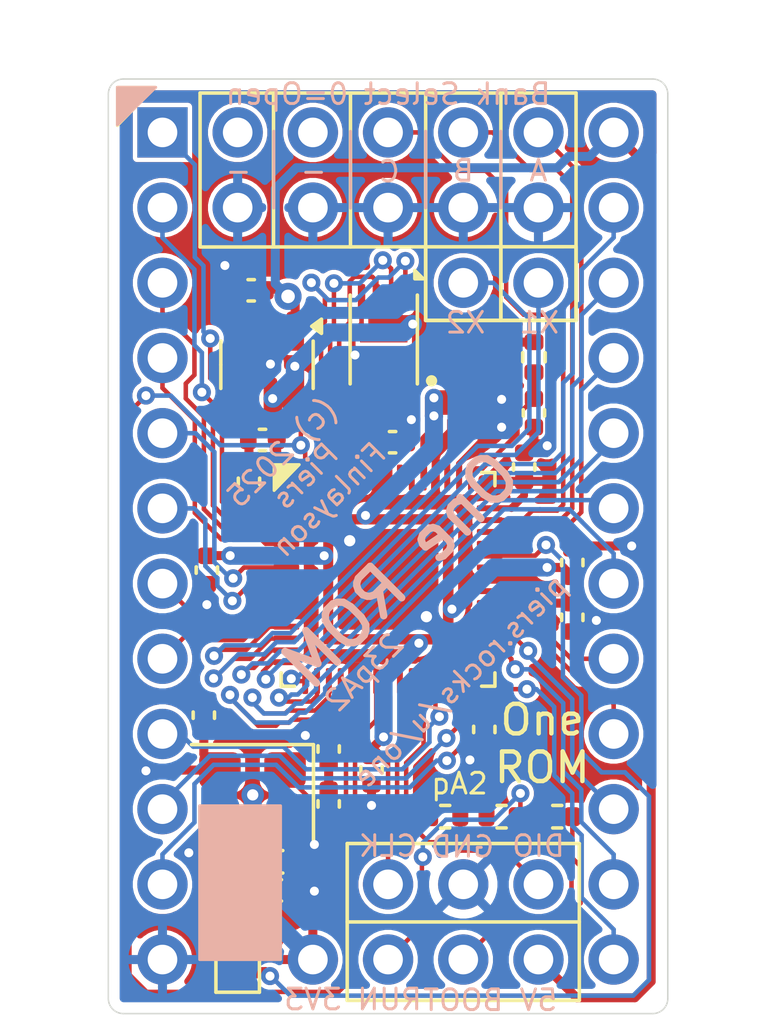
<source format=kicad_pcb>
(kicad_pcb (version 20241229) (generator "pcbnew") (generator_version "9.0")
  (layers (0 "F.Cu" signal) (2 "B.Cu" signal) (13 "F.Paste" user) (15 "B.Paste" user) (5 "F.SilkS" user "F.Silkscreen") (7 "B.SilkS" user "B.Silkscreen") (1 "F.Mask" user) (3 "B.Mask" user) (25 "Edge.Cuts" user))
  (net 0 "")
  (net 1 "Net-(U1-VREG_AVDD)")
  (net 2 "GND")
  (net 3 "+5V")
  (net 4 "+3V3")
  (net 5 "+1V1")
  (net 6 "SWCLK")
  (net 7 "SWDIO")
  (net 8 "A2")
  (net 9 "Net-(U1-XIN)")
  (net 10 "Net-(U1-XOUT)")
  (net 11 "BOOT")
  (net 12 "A0")
  (net 13 "A8")
  (net 14 "D1")
  (net 15 "D4")
  (net 16 "CX1")
  (net 17 "A11")
  (net 18 "D2")
  (net 19 "A12")
  (net 20 "RUN")
  (net 21 "D5")
  (net 22 "SPARE1")
  (net 23 "SPARE2")
  (net 24 "Net-(U1-VREG_LX)")
  (net 25 "Net-(U1-RUN)")
  (net 26 "QSPI_SS")
  (net 27 "D6")
  (net 28 "QSPI_SD3")
  (net 29 "A9")
  (net 30 "A4")
  (net 31 "D3")
  (net 32 "QSPI_SD1")
  (net 33 "A3")
  (net 34 "A1")
  (net 35 "D7")
  (net 36 "A7")
  (net 37 "A5")
  (net 38 "A10")
  (net 39 "CS1")
  (net 40 "QSPI_SD0")
  (net 41 "QSPI_SCLK")
  (net 42 "D0")
  (net 44 "QSPI_SD2")
  (net 45 "CX2")
  (net 48 "A6")
  (net 49 "Net-(D1-A)")
  (net 50 "Net-(C19-Pad1)")
  (net 51 "LED0")
  (net 54 "SEL_C")
  (net 55 "SEL_B")
  (net 56 "SEL_A")
  (footprint "RP2350_60QFN_minimal:C_0402_1005Metric_small_pads" (layer "F.Cu") (at 111.9632 40.767)
    (property "Reference" "C17" (hide yes))
    (property "Value" "4.7uF")
  )
  (footprint "Capacitor_SMD:C_0402_1005Metric" (layer "F.Cu") (at 103.632 56.388 180)
    (property "Reference" "C19" (hide yes))
    (property "Value" "15pF")
  )
  (footprint "Capacitor_SMD:C_0402_1005Metric" (layer "F.Cu") (at 107.2134 54.4322 90)
    (property "Reference" "C18" (hide yes))
    (property "Value" "15pF")
  )
  (footprint "Package_SON:Winbond_USON-8-1EP_3x2mm_P0.5mm_EP0.2x1.6mm" (layer "F.Cu") (at 109.0743 38.7445 -90)
    (property "Reference" "U5" (hide yes))
    (property "Value" "W25Q16JVSS")
  )
  (footprint "Package_TO_SOT_SMD:SOT-23-5" (layer "F.Cu") (at 105.1306 39.5986 -90)
    (property "Reference" "U3" (hide yes))
    (property "Value" "AP2112K-3.3")
  )
  (footprint "Capacitor_SMD:C_0402_1005Metric" (layer "F.Cu") (at 115.443 48.1304 -90)
    (property "Reference" "C6" (hide yes))
    (property "Value" "0.1uF")
  )
  (footprint "Capacitor_SMD:C_0402_1005Metric" (layer "F.Cu") (at 112.4712 51.9176 -90)
    (property "Reference" "C8" (hide yes))
    (property "Value" "0.1uF")
  )
  (footprint "RP2350_60QFN_minimal:L_pol_2016" (layer "F.Cu") (at 111.9632 39.0906)
    (property "Reference" "L1" (hide yes))
    (property "Value" "3.3u")
  )
  (footprint "RP2350_60QFN_minimal:C_0402_1005Metric_small_pads" (layer "F.Cu") (at 111.9632 41.7068)
    (property "Reference" "C16" (hide yes))
    (property "Value" "4.7uF")
  )
  (footprint "Capacitor_SMD:C_0402_1005Metric" (layer "F.Cu") (at 108.6612 53.2892 -90)
    (property "Reference" "C3" (hide yes))
    (property "Value" "4.7uF")
  )
  (footprint "Capacitor_SMD:C_0402_1005Metric" (layer "F.Cu") (at 109.3724 42.2148)
    (property "Reference" "C11" (hide yes))
    (property "Value" "0.1uF")
  )
  (footprint "Connector_PinHeader_2.54mm:PinHeader_2x03_P2.54mm_Vertical" (layer "F.Cu") (at 109.22 59.69 90)
    (property "Reference" "J1" (hide yes))
    (property "Value" "Conn_02x03_Odd_Even" (hide yes))
  )
  (footprint "Resistor_SMD:R_0402_1005Metric" (layer "F.Cu") (at 113.0554 54.864)
    (property "Reference" "R3" (hide yes))
    (property "Value" "10K")
  )
  (footprint "piers_retro_footprints:PinHeader_2x05_P2.54mm_Vertical custom silkscreen" (layer "F.Cu") (at 114.3 31.75 -90)
    (property "Reference" "J2" (hide yes))
    (property "Value" "Conn_02x05_Odd_Even" (hide yes))
  )
  (footprint "Resistor_SMD:R_0402_1005Metric" (layer "F.Cu") (at 114.935 54.864)
    (property "Reference" "R2" (hide yes))
    (property "Value" "1K")
  )
  (footprint "Crystal:Crystal_SMD_Abracon_ABM8G-4Pin_3.2x2.5mm" (layer "F.Cu") (at 104.6402 54.1392 180)
    (property "Reference" "Y1" (hide yes))
    (property "Value" "Crystal_GND24")
  )
  (footprint "Capacitor_SMD:C_0402_1005Metric" (layer "F.Cu") (at 107.2134 52.578 -90)
    (property "Reference" "C7" (hide yes))
    (property "Value" "0.1uF")
  )
  (footprint "RP2350_60QFN_minimal:RP2350-QFN-60-1EP_7x7_P0.4mm_EP3.4x3.4mm_ThermalVias" (layer "F.Cu") (at 109.22 46.8461)
    (property "Reference" "U1" (hide yes))
    (property "Value" "RP2350_60QFN")
  )
  (footprint "Resistor_SMD:R_0402_1005Metric" (layer "F.Cu") (at 105.5116 56.388 180)
    (property "Reference" "R6" (hide yes))
    (property "Value" "1K")
  )
  (footprint "Capacitor_SMD:C_0402_1005Metric" (layer "F.Cu") (at 104.9782 42.1386 180)
    (property "Reference" "C2" (hide yes))
    (property "Value" "4.7uF")
  )
  (footprint "Capacitor_SMD:C_0402_1005Metric" (layer "F.Cu") (at 104.5972 37.084 180)
    (property "Reference" "C1" (hide yes))
    (property "Value" "4.7uF")
  )
  (footprint "Capacitor_SMD:C_0402_1005Metric" (layer "F.Cu") (at 103.0986 46.5328 -90)
    (property "Reference" "C5" (hide yes))
    (property "Value" "0.1uF")
  )
  (footprint "Capacitor_SMD:C_0402_1005Metric" (layer "F.Cu") (at 115.443 46.2788 90)
    (property "Reference" "C4" (hide yes))
    (property "Value" "0.1uF")
  )
  (footprint "piers_retro_footprints:2x12 dip pin output 600mil centres no ss" (layer "F.Cu") (at 101.6 31.75)
    (property "Reference" "U2" (hide yes))
    (property "Value" "2332/2364 SOCKET" (hide yes))
  )
  (footprint "Resistor_SMD:R_0402_1005Metric" (layer "F.Cu") (at 114.1476 39.3446 90)
    (property "Reference" "R4" (hide yes))
    (property "Value" "33R")
  )
  (footprint "Capacitor_SMD:C_0402_1005Metric" (layer "F.Cu") (at 105.5116 57.3532)
    (property "Reference" "C13" (hide yes))
    (property "Value" "4.7uF")
  )
  (footprint "Capacitor_SMD:C_0402_1005Metric" (layer "F.Cu") (at 104.521 43.5356 90)
    (property "Reference" "C10" (hide yes))
    (property "Value" "0.1uF")
  )
  (footprint "Resistor_SMD:R_0402_1005Metric" (layer "F.Cu") (at 111.1504 54.864)
    (property "Reference" "R1" (hide yes))
    (property "Value" "1K")
  )
  (footprint "Capacitor_SMD:C_0402_1005Metric" (layer "F.Cu") (at 113.8174 43.053 90)
    (property "Reference" "C12" (hide yes))
    (property "Value" "0.1uF")
  )
  (footprint "Capacitor_SMD:C_0402_1005Metric" (layer "F.Cu") (at 114.1476 41.2242 -90)
    (property "Reference" "C15" (hide yes))
    (property "Value" "4.7uF")
  )
  (footprint "Connector_PinHeader_2.54mm:PinHeader_1x01_P2.54mm_Vertical" (layer "F.Cu") (at 106.68 59.69)
    (property "Reference" "J4" (hide yes))
    (property "Value" "Conn_01x01_Pin" (hide yes))
  )
  (footprint "Connector_PinHeader_2.54mm:PinHeader_1x02_P2.54mm_Vertical" (layer "F.Cu") (at 114.3 36.83 -90)
    (property "Reference" "J3" (hide yes))
    (property "Value" "Conn_01x02_Pin" (hide yes))
  )
  (footprint "Capacitor_SMD:C_0402_1005Metric" (layer "F.Cu") (at 102.997 51.435 -90)
    (property "Reference" "C9" (hide yes))
    (property "Value" "0.1uF")
  )
  (footprint "LED_SMD:LED_0603_1608Metric" (layer "F.Cu") (at 104.14 59.309 90)
    (property "Reference" "D1" (hide yes))
    (property "Value" "LED_Small")
  )
  (footprint "Resistor_SMD:R_0402_1005Metric" (layer "F.Cu") (at 103.632 57.3532 180)
    (property "Reference" "R5" (hide yes))
    (property "Value" "1K")
  )
  (gr_poly (pts (xy 112.5982 41.9354) (xy 112.8776 42.1386) (xy 112.395 42.4942) (xy 111.9378 42.6974) (xy 111.8108 42.7482) (xy 112.2934 42.2402)) (stroke (width 0.2)) (fill yes) (layer "F.Cu") (net 2))
  (gr_poly (pts (xy 111.9632 40.3606) (xy 112.1664 40.1828) (xy 112.5982 40.1574) (xy 112.903 39.878) (xy 112.903 39.1668) (xy 112.5474 39.4208) (xy 111.9632 40.1066)) (stroke (width 0.2)) (fill yes) (layer "F.Cu") (net 24))
  (gr_poly (pts (xy 112.4712 42.1386) (xy 112.8776 42.1386) (xy 113.1824 41.8592) (xy 113.2586 41.7322) (xy 113.2586 40.767) (xy 113.0554 40.5638) (xy 112.7252 40.6146) (xy 112.3442 40.6146) (xy 112.3442 42.1894)) (stroke (width 0.2)) (fill yes) (layer "F.Cu") (net 2))
  (gr_poly (pts (xy 111.191442 39.376735) (xy 111.506 39.8526) (xy 111.573609 40.49192) (xy 111.267642 40.519735) (xy 111.1504 40.1828) (xy 111.0234 39.8272)) (stroke (width 0.2)) (fill yes) (layer "F.Cu") (net 5))
  (gr_poly (pts (xy 110.8202 42.6466) (xy 110.813273 42.323327) (xy 111.29645 41.84015) (xy 111.5822 41.9354) (xy 110.9726 42.545)) (stroke (width 0.2)) (fill yes) (layer "F.Cu") (net 4))
  (gr_poly (pts (xy 100.076 30.226) (xy 101.346 30.226) (xy 100.076 31.5214)) (stroke (width 0.1)) (fill yes) (layer "F.SilkS"))
  (gr_line (start 110.49 38.1) (end 110.49 35.6108) (stroke (width 0.127)) (layer "F.SilkS"))
  (gr_line (start 113.03 38.1) (end 113.03 35.6108) (stroke (width 0.127)) (layer "F.SilkS"))
  (gr_line (start 115.57 38.1) (end 115.57 35.6108) (stroke (width 0.127)) (layer "F.SilkS"))
  (gr_line (start 115.57 38.1) (end 110.49 38.1) (stroke (width 0.127)) (layer "F.SilkS"))
  (gr_poly (pts (xy 100.076 30.226) (xy 100.076 31.496) (xy 101.3714 30.226)) (stroke (width 0.1)) (fill yes) (layer "B.SilkS"))
  (gr_rect (start 102.8573 54.4957) (end 105.5878 59.69) (stroke (width 0.1)) (fill yes) (layer "B.SilkS"))
  (gr_line (start 113.03 31.7104) (end 113.03 34.3012) (stroke (width 0.1)) (layer "B.SilkS"))
  (gr_line (start 110.49 31.7104) (end 110.49 34.3012) (stroke (width 0.1)) (layer "B.SilkS"))
  (gr_line (start 107.95 31.715) (end 107.95 34.3058) (stroke (width 0.1)) (layer "B.SilkS"))
  (gr_line (start 105.3592 31.7104) (end 105.3592 34.3012) (stroke (width 0.1)) (layer "B.SilkS"))
  (gr_line (start 118.6688 30.4546) (end 118.6688 61.00719) (stroke (width 0.05)) (layer "Edge.Cuts"))
  (gr_arc (start 118.1608 29.9466) (mid 118.52001 30.09539) (end 118.6688 30.4546) (stroke (width 0.05)) (layer "Edge.Cuts"))
  (gr_line (start 100.27899 29.9466) (end 118.1608 29.9466) (stroke (width 0.05)) (layer "Edge.Cuts"))
  (gr_arc (start 99.77099 30.4546) (mid 99.91978 30.09539) (end 100.27899 29.9466) (stroke (width 0.05)) (layer "Edge.Cuts"))
  (gr_arc (start 118.6688 61.00719) (mid 118.52001 61.3664) (end 118.1608 61.51519) (stroke (width 0.05)) (layer "Edge.Cuts"))
  (gr_line (start 99.7712 61.00719) (end 99.77099 30.4546) (stroke (width 0.05)) (layer "Edge.Cuts"))
  (gr_arc (start 100.2792 61.51519) (mid 99.91999 61.3664) (end 99.7712 61.00719) (stroke (width 0.05)) (layer "Edge.Cuts"))
  (gr_line (start 118.1608 61.51519) (end 100.2792 61.51519) (stroke (width 0.05)) (layer "Edge.Cuts"))
  (gr_text "pA2" (at 111.633 53.7464 0) (layer "F.SilkS") (effects (font (size 0.7 0.7) (thickness 0.1))))
  (gr_text "One\nROM" (at 114.427 52.4002 0) (layer "F.SilkS") (effects (font (size 1 1))))
  (gr_text "DIO" (at 114.3 55.8546 0) (layer "B.SilkS") (effects (font (size 0.7 0.7) (thickness 0.1)) (justify mirror)))
  (gr_text "5V" (at 114.3 61.0616 0) (layer "B.SilkS") (effects (font (size 0.7 0.7) (thickness 0.1)) (justify mirror)))
  (gr_text "BOOT" (at 111.76 61.0616 0) (layer "B.SilkS") (effects (font (size 0.7 0.7) (thickness 0.1)) (justify mirror)))
  (gr_text "(c) 2025\nPiers\nFinlayson" (at 106.426 43.3578 45) (layer "B.SilkS") (effects (font (size 0.7 0.7) (thickness 0.1)) (justify mirror)))
  (gr_text "RUN" (at 109.2708 61.0362 0) (layer "B.SilkS") (effects (font (size 0.7 0.7) (thickness 0.1)) (justify mirror)))
  (gr_text "B" (at 111.76 33.0454 0) (layer "B.SilkS") (effects (font (size 0.7 0.7) (thickness 0.1)) (justify mirror)))
  (gr_text "Bank Select 0=Open" (at 109.22 30.4546 0) (layer "B.SilkS") (effects (font (size 0.7 0.7) (thickness 0.1)) (justify mirror)))
  (gr_text "piers.rocks/u/one" (at 111.6584 50.292 45) (layer "B.SilkS") (effects (font (size 0.7 0.7) (thickness 0.1)) (justify mirror)))
  (gr_text "X2" (at 111.8362 38.1762 0) (layer "B.SilkS") (effects (font (size 0.7 0.7) (thickness 0.1)) (justify mirror)))
  (gr_text "GND" (at 111.7346 55.88 0) (layer "B.SilkS") (effects (font (size 0.7 0.7) (thickness 0.1)) (justify mirror)))
  (gr_text "A" (at 114.3 33.0454 0) (layer "B.SilkS") (effects (font (size 0.7 0.7) (thickness 0.1)) (justify mirror)))
  (gr_text "-" (at 106.7054 33.0454 0) (layer "B.SilkS") (effects (font (size 0.7 0.7) (thickness 0.1)) (justify mirror)))
  (gr_text "-" (at 104.1654 33.0454 0) (layer "B.SilkS") (effects (font (size 0.7 0.7) (thickness 0.1)) (justify mirror)))
  (gr_text "CLK" (at 109.22 55.8546 0) (layer "B.SilkS") (effects (font (size 0.7 0.7) (thickness 0.1)) (justify mirror)))
  (gr_text "One ROM" (at 109.6518 46.5328 45) (layer "B.SilkS") (effects (font (size 1.5 1.5) (thickness 0.25) (bold yes)) (justify mirror)))
  (gr_text "X1" (at 114.3254 38.1762 0) (layer "B.SilkS") (effects (font (size 0.7 0.7) (thickness 0.1)) (justify mirror)))
  (gr_text "3V3" (at 106.68 61.0362 0) (layer "B.SilkS") (effects (font (size 0.7 0.7) (thickness 0.1)) (justify mirror)))
  (gr_text "23pA2" (at 108.4072 49.9872 45) (layer "B.SilkS") (effects (font (size 0.7 0.7) (thickness 0.1)) (justify mirror)))
  (gr_text "C" (at 109.2604 33.0708 0) (layer "B.SilkS") (effects (font (size 0.7 0.7) (thickness 0.1)) (justify mirror)))
  (segment (start 113.5888 41.303) (end 113.5888 41.929156) (width 0.1524) (layer "F.Cu") (net 1))
  (segment (start 114.1476 40.7442) (end 114.1476 40.6166) (width 0.1524) (layer "F.Cu") (net 1))
  (segment (start 114.1476 40.7442) (end 114.1476 39.8546) (width 0.2032) (layer "F.Cu") (net 1))
  (segment (start 112.169522 43.100678) (end 112.02 43.2502) (width 0.1524) (layer "F.Cu") (net 1))
  (segment (start 112.02 43.2502) (end 112.02 43.4086) (width 0.1524) (layer "F.Cu") (net 1))
  (segment (start 112.417278 43.100678) (end 112.169522 43.100678) (width 0.1524) (layer "F.Cu") (net 1))
  (segment (start 114.1476 40.7442) (end 113.5888 41.303) (width 0.1524) (layer "F.Cu") (net 1))
  (segment (start 113.5888 41.929156) (end 112.417278 43.100678) (width 0.1524) (layer "F.Cu") (net 1))
  (segment (start 106.7054 57.3532) (end 106.7308 57.3786) (width 0.3048) (layer "F.Cu") (net 2))
  (segment (start 105.2474 39.5753) (end 104.7496 40.0731) (width 0.2286) (layer "F.Cu") (net 2))
  (segment (start 105.7402 54.9892) (end 105.9162 54.9892) (width 0.3048) (layer "F.Cu") (net 2))
  (segment (start 110.0074 41.4528) (end 110.0074 42.0598) (width 0.3048) (layer "F.Cu") (net 2))
  (segment (start 105.9942 57.3532) (end 106.7054 57.3532) (width 0.3048) (layer "F.Cu") (net 2))
  (segment (start 107.2134 53.058) (end 106.426 52.2706) (width 0.3048) (layer "F.Cu") (net 2))
  (segment (start 104.7496 41.529) (end 104.4982 41.7804) (width 0.2286) (layer "F.Cu") (net 2))
  (segment (start 114.1476 42.2428) (end 114.1476 41.7042) (width 0.3048) (layer "F.Cu") (net 2))
  (segment (start 103.152 56.388) (end 102.7938 56.388) (width 0.3048) (layer "F.Cu") (net 2))
  (segment (start 113.8174 42.573) (end 114.1476 42.2428) (width 0.3048) (layer "F.Cu") (net 2))
  (segment (start 105.2424 39.3548) (end 105.2576 39.37) (width 0.3048) (layer "F.Cu") (net 2))
  (segment (start 111.8489 34.3789) (end 111.8489 34.6837) (width 0.3048) (layer "F.Cu") (net 2))
  (segment (start 116.2558 48.2346) (end 115.8188 48.2346) (width 0.3048) (layer "F.Cu") (net 2))
  (segment (start 101.0666 53.2892) (end 101.0412 53.3146) (width 0.3048) (layer "F.Cu") (net 2))
  (segment (start 104.7496 40.0731) (end 104.7496 41.529) (width 0.2286) (layer "F.Cu") (net 2))
  (segment (start 108.0447 39.2107) (end 108.1024 39.2684) (width 0.1524) (layer "F.Cu") (net 2))
  (segment (start 114.1476 42.2682) (end 113.8428 42.573) (width 0.2032) (layer "F.Cu") (net 2))
  (segment (start 112.4782 42.081564) (end 112.4782 41.7068) (width 0.2032) (layer "F.Cu") (net 2))
  (segment (start 108.0447 38.481) (end 108.0447 39.2107) (width 0.1524) (layer "F.Cu") (net 2))
  (segment (start 105.2322 38.5627) (end 105.2322 39.5601) (width 0.3048) (layer "F.Cu") (net 2))
  (segment (start 108.6612 53.7692) (end 108.6612 54.483) (width 0.3048) (layer "F.Cu") (net 2))
  (segment (start 108.3243 37.3195) (end 108.3243 38.2014) (width 0.1524) (layer "F.Cu") (net 2))
  (segment (start 114.1476 42.2682) (end 114.5292 42.2682) (width 0.3048) (layer "F.Cu") (net 2))
  (segment (start 112.4782 40.767) (end 113.0554 40.767) (width 0.3048) (layer "F.Cu") (net 2))
  (segment (start 104.1172 37.084) (end 104.1172 36.6548) (width 0.3048) (layer "F.Cu") (net 2))
  (segment (start 104.521 43.0556) (end 104.521 42.1614) (width 0.3048) (layer "F.Cu") (net 2))
  (segment (start 114.5292 42.2682) (end 114.594929 42.333929) (width 0.3048) (layer "F.Cu") (net 2))
  (segment (start 115.8188 48.2346) (end 115.443 48.6104) (width 0.3048) (layer "F.Cu") (net 2))
  (segment (start 104.4982 41.7804) (end 104.4982 42.1386) (width 0.2286) (layer "F.Cu") (net 2))
  (segment (start 102.7938 56.388) (end 102.489 56.0832) (width 0.3048) (layer "F.Cu") (net 2))
  (segment (start 105.1306 38.4611) (end 105.2322 38.5627) (width 0.3048) (layer "F.Cu") (net 2))
  (segment (start 105.9162 54.9892) (end 106.7308 55.8038) (width 0.3048) (layer "F.Cu") (net 2))
  (segment (start 103.0986 47.0128) (end 103.0986 47.7012) (width 0.3048) (layer "F.Cu") (net 2))
  (segment (start 114.1476 41.7042) (end 114.1476 42.2682) (width 0.2032) (layer "F.Cu") (net 2))
  (segment (start 107.2134 53.058) (end 107.2134 53.9522) (width 0.3048) (layer "F.Cu") (net 2))
  (segment (start 104.1172 36.6548) (end 103.7082 36.2458) (width 0.3048) (layer "F.Cu") (net 2))
  (segment (start 108.3243 38.2014) (end 108.0447 38.481) (width 0.1524) (layer "F.Cu") (net 2))
  (segment (start 102.997 51.915) (end 102.997 52.746) (width 0.3048) (layer "F.Cu") (net 2))
  (segment (start 115.5218 45.72) (end 115.443 45.7988) (width 0.3048) (layer "F.Cu") (net 2))
  (segment (start 117.4496 45.72) (end 115.5218 45.72) (width 0.3048) (layer "F.Cu") (net 2))
  (segment (start 111.62 43.4086) (end 111.62 42.939764) (width 0.2032) (layer "F.Cu") (net 2))
  (segment (start 104.521 42.1614) (end 104.4982 42.1386) (width 0.3048) (layer "F.Cu") (net 2))
  (segment (start 112.4712 52.461224) (end 111.985174 52.94725) (width 0.2032) (layer "F.Cu") (net 2))
  (segment (start 111.62 42.939764) (end 112.4782 42.081564) (width 0.2032) (layer "F.Cu") (net 2))
  (segment (start 112.4712 52.3976) (end 112.4712 52.461224) (width 0.2032) (layer "F.Cu") (net 2))
  (segment (start 102.997 52.746) (end 103.5402 53.2892) (width 0.3048) (layer "F.Cu") (net 2))
  (segment (start 111.76 34.29) (end 111.8489 34.3789) (width 0.3048) (layer "F.Cu") (net 2))
  (segment (start 110.0074 42.0598) (end 109.8524 42.2148) (width 0.3048) (layer "F.Cu") (net 2))
  (segment (start 113.0554 41.7068) (end 112.4782 41.7068) (width 0.3048) (layer "F.Cu") (net 2))
  (segment (start 106.426 52.2706) (end 106.426 52.1198) (width 0.3048) (layer "F.Cu") (net 2))
  (segment (start 103.5402 53.2892) (end 101.0666 53.2892) (width 0.3048) (layer "F.Cu") (net 2))
  (segment (start 112.4782 40.767) (end 112.4782 41.7068) (width 0.3048) (layer "F.Cu") (net 2))
  (segment (start 114.738 42.190858) (end 114.594929 42.333929) (width 0.254) (layer "F.Cu") (net 2))
  (via (at 108.6612 54.483) (size 0.6096) (drill 0.3048) (layers "F.Cu" "B.Cu") (net 2))
  (via (at 106.7308 55.8038) (size 0.6096) (drill 0.3048) (layers "F.Cu" "B.Cu") (net 2))
  (via (at 113.0554 41.7068) (size 0.6096) (drill 0.3048) (layers "F.Cu" "B.Cu") (net 2))
  (via (at 105.2474 39.5753) (size 0.6096) (drill 0.3048) (layers "F.Cu" "B.Cu") (net 2))
  (via (at 103.0986 47.7012) (size 0.6096) (drill 0.3048) (layers "F.Cu" "B.Cu") (net 2))
  (via (at 102.489 56.0832) (size 0.6096) (drill 0.3048) (layers "F.Cu" "B.Cu") (net 2))
  (via (at 103.7082 36.2458) (size 0.6096) (drill 0.3048) (layers "F.Cu" "B.Cu") (net 2))
  (via (at 117.4496 45.72) (size 0.6096) (drill 0.3048) (layers "F.Cu" "B.Cu") (net 2))
  (via (at 108.1024 39.2684) (size 0.6096) (drill 0.3048) (layers "F.Cu" "B.Cu") (net 2))
  (via (at 111.985174 52.94725) (size 0.6096) (drill 0.3048) (layers "F.Cu" "B.Cu") (net 2))
  (via (at 101.0412 53.3146) (size 0.6096) (drill 0.3048) (layers "F.Cu" "B.Cu") (net 2))
  (via (at 110.0074 41.4528) (size 0.6096) (drill 0.3048) (layers "F.Cu" "B.Cu") (net 2))
  (via (at 107.9246 45.5422) (size 0.762) (drill 0.381) (layers "F.Cu" "B.Cu") (net 2))
  (via (at 110.5154 48.1076) (size 0.762) (drill 0.381) (layers "F.Cu" "B.Cu") (net 2))
  (via (at 116.2558 48.2346) (size 0.6096) (drill 0.3048) (layers "F.Cu" "B.Cu") (net 2))
  (via (at 106.426 52.1198) (size 0.6096) (drill 0.3048) (layers "F.Cu" "B.Cu") (net 2))
  (via (at 113.0554 40.767) (size 0.6096) (drill 0.3048) (layers "F.Cu" "B.Cu") (net 2))
  (via (at 106.7308 57.3786) (size 0.6096) (drill 0.3048) (layers "F.Cu" "B.Cu") (net 2))
  (via (at 114.594929 42.333929) (size 0.6096) (drill 0.3048) (layers "F.Cu" "B.Cu") (net 2))
  (segment (start 114.3 33.9598) (end 114.3 34.29) (width 0.3048) (layer "B.Cu") (net 2))
  (segment (start 114.6439 38.066767) (end 115.115734 37.594934) (width 0.2286) (layer "B.Cu") (net 2))
  (segment (start 114.6439 42.284958) (end 114.6439 38.066767) (width 0.2286) (layer "B.Cu") (net 2))
  (segment (start 115.115734 37.594934) (end 115.4165 37.294167) (width 0.2286) (layer "B.Cu") (net 2))
  (segment (start 114.594929 42.333929) (end 114.6439 42.284958) (width 0.2286) (layer "B.Cu") (net 2))
  (segment (start 115.4176 37.281468) (end 115.4176 36.5136) (width 0.2286) (layer "B.Cu") (net 2))
  (segment (start 115.115734 37.594934) (end 115.4292 37.281468) (width 0.2032) (layer "B.Cu") (net 2))
  (segment (start 104.1806 37.9806) (end 104.1806 38.4611) (width 0.2286) (layer "F.Cu") (net 3))
  (segment (start 117.55581 60.98079) (end 115.59079 60.98079) (width 0.3048) (layer "F.Cu") (net 3))
  (segment (start 118.1066 33.0166) (end 118.1066 60.43) (width 0.3048) (layer "F.Cu") (net 3))
  (segment (start 105.0772 37.084) (end 104.1806 37.9806) (width 0.2286) (layer "F.Cu") (net 3))
  (segment (start 104.267 38.3747) (end 104.1806 38.4611) (width 0.3048) (layer "F.Cu") (net 3))
  (segment (start 106.0806 37.52775) (end 105.841721 37.288871) (width 0.3048) (layer "F.Cu") (net 3))
  (segment (start 105.63685 37.084) (end 105.841721 37.288871) (width 0.2286) (layer "F.Cu") (net 3))
  (segment (start 116.84 31.75) (end 118.1066 33.0166) (width 0.3048) (layer "F.Cu") (net 3))
  (segment (start 106.0806 38.4611) (end 106.0806 37.52775) (width 0.3048) (layer "F.Cu") (net 3))
  (segment (start 115.59079 60.98079) (end 114.3 59.69) (width 0.3048) (layer "F.Cu") (net 3))
  (segment (start 118.1066 60.43) (end 117.55581 60.98079) (width 0.3048) (layer "F.Cu") (net 3))
  (segment (start 105.0772 37.084) (end 105.63685 37.084) (width 0.2286) (layer "F.Cu") (net 3))
  (via (at 105.841721 37.288871) (size 0.9144) (drill 0.4572) (layers "F.Cu" "B.Cu") (net 3))
  (segment (start 116.0272 32.5628) (end 115.316 32.5628) (width 0.3048) (layer "B.Cu") (net 3))
  (segment (start 105.41 33.655) (end 106.1212 32.9438) (width 0.3048) (layer "B.Cu") (net 3))
  (segment (start 116.0272 32.5628) (end 116.84 31.75) (width 0.3048) (layer "B.Cu") (net 3))
  (segment (start 106.1212 32.9438) (end 114.935 32.9438) (width 0.3048) (layer "B.Cu") (net 3))
  (segment (start 105.41 36.85715) (end 105.41 33.655) (width 0.3048) (layer "B.Cu") (net 3))
  (segment (start 105.841721 37.288871) (end 105.41 36.85715) (width 0.3048) (layer "B.Cu") (net 3))
  (segment (start 115.316 32.5628) (end 114.935 32.9438) (width 0.3048) (layer "B.Cu") (net 3))
  (segment (start 108.82 42.917) (end 108.82 43.4086) (width 0.2032) (layer "F.Cu") (net 4))
  (segment (start 111.4482 41.75347) (end 111.4482 41.7068) (width 0.2032) (layer "F.Cu") (net 4))
  (segment (start 113.3602 38.0238) (end 113.3094 37.973) (width 0.2032) (layer "F.Cu") (net 4))
  (segment (start 109.8243 40.1695) (end 109.8243 40.7469) (width 0.3048) (layer "F.Cu") (net 4))
  (segment (start 111.8362 44.1198) (end 111.8362 44.1452) (width 0.2032) (layer "F.Cu") (net 4))
  (segment (start 115.443 47.6504) (end 114.808 47.0154) (width 0.2032) (layer "F.Cu") (net 4))
  (segment (start 112.6575 44.0461) (end 112.230626 44.0461) (width 0.2032) (layer "F.Cu") (net 4))
  (segment (start 105.3338 41.529) (end 105.3338 40.7543) (width 0.6096) (layer "F.Cu") (net 4))
  (segment (start 111.8549 44.1011) (end 111.8362 44.1198) (width 0.2032) (layer "F.Cu") (net 4))
  (segment (start 114.199523 46.8461) (end 112.6575 46.8461) (width 0.2032) (layer "F.Cu") (net 4))
  (segment (start 113.8174 43.533) (end 113.8174 44.0182) (width 0.254) (layer "F.Cu") (net 4))
  (segment (start 113.3094 37.973) (end 112.903 37.5666) (width 0.2032) (layer "F.Cu") (net 4))
  (segment (start 102.997 50.955) (end 102.997 50.673) (width 0.2032) (layer "F.Cu") (net 4))
  (segment (start 104.738498 48.452098) (end 105.144496 48.0461) (width 0.2032) (layer "F.Cu") (net 4))
  (segment (start 107.861215 51.365061) (end 107.886601 51.339675) (width 0.2032) (layer "F.Cu") (net 4))
  (segment (start 112.6575 44.4461) (end 113.3895 44.4461) (width 0.2032) (layer "F.Cu") (net 4))
  (segment (start 109.8243 40.1695) (end 109.8243 39.3753) (width 0.3048) (layer "F.Cu") (net 4))
  (segment (start 111.9209 46.8461) (end 111.9124 46.8376) (width 0.2032) (layer "F.Cu") (net 4))
  (segment (start 107.2134 52.012876) (end 107.861215 51.365061) (width 0.3048) (layer "F.Cu") (net 4))
  (segment (start 111.4482 41.77143) (end 111.4482 41.7068) (width 0.2286) (layer "F.Cu") (net 4))
  (segment (start 104.317999 48.8726) (end 104.738498 48.452098) (width 0.2032) (layer "F.Cu") (net 4))
  (segment (start 105.3211 40.7416) (end 106.0751 40.7416) (width 0.6096) (layer "F.Cu") (net 4))
  (segment (start 106.0751 40.7416) (end 106.0806 40.7361) (width 0.6096) (layer "F.Cu") (net 4))
  (segment (start 112.865 37.5284) (end 112.865 36.0808) (width 0.2032) (layer "F.Cu") (net 4))
  (segment (start 112.175626 44.1011) (end 111.8549 44.1011) (width 0.2032) (layer "F.Cu") (net 4))
  (segment (start 106.0806 39.6596) (end 106.0704 39.6494) (width 0.6096) (layer "F.Cu") (net 4))
  (segment (start 112.903 37.5666) (end 112.8268 37.5666) (width 0.2032) (layer "F.Cu") (net 4))
  (segment (start 112.230626 44.0461) (end 112.175626 44.1011) (width 0.2032) (layer "F.Cu") (net 4))
  (segment (start 102.997 50.955) (end 104.0384 51.9964) (width 0.3048) (layer "F.Cu") (net 4))
  (segment (start 102.7684 49.149) (end 103.0448 48.8726) (width 0.2032) (layer "F.Cu") (net 4))
  (segment (start 106.0806 40.7361) (end 106.0806 39.6596) (width 0.6096) (layer "F.Cu") (net 4))
  (segment (start 105.7825 44.0461) (end 106.1999 44.0461) (width 0.1524) (layer "F.Cu") (net 4))
  (segment (start 106.1999 44.0461) (end 106.2736 44.1198) (width 0.1524) (layer "F.Cu") (net 4))
  (segment (start 102.7684 50.4444) (end 102.7684 49.149) (width 0.2032) (layer "F.Cu") (net 4))
  (segment (start 108.02 50.2836) (end 108.02 49.5362) (width 0.1524) (layer "F.Cu") (net 4))
  (segment (start 103.0448 48.8726) (end 104.317999 48.8726) (width 0.2032) (layer "F.Cu") (net 4))
  (segment (start 105.4582 42.1386) (end 105.4582 41.6534) (width 0.6096) (layer "F.Cu") (net 4))
  (segment (start 109.8243 39.3753) (end 109.8296 39.37) (width 0.3048) (layer "F.Cu") (net 4))
  (segment (start 108.02 49.5362) (end 108.0262 49.53) (width 0.1524) (layer "F.Cu") (net 4))
  (segment (start 109.8243 40.7469) (end 109.4486 41.1226) (width 0.3048) (layer "F.Cu") (net 4))
  (segment (start 113.3836 38.8346) (end 113.3602 38.8112) (width 0.2032) (layer "F.Cu") (net 4))
  (segment (start 107.2134 52.098) (end 107.2134 52.012876) (width 0.3048) (layer "F.Cu") (net 4))
  (segment (start 110.82 43.4086) (end 110.82 42.38167) (width 0.2032) (layer "F.Cu") (net 4))
  (segment (start 113.8428 43.9928) (end 113.8428 43.533) (width 0.2032) (layer "F.Cu") (net 4))
  (segment (start 113.8174 44.0182) (end 113.3895 44.4461) (width 0.254) (layer "F.Cu") (net 4))
  (segment (start 111.5566 41.8152) (end 111.4482 41.7068) (width 0.2286) (layer "F.Cu") (net 4))
  (segment (start 112.865 36.0808) (end 112.8014 36.0172) (width 0.2032) (layer "F.Cu") (net 4))
  (segment (start 112.6575 46.8461) (end 111.9209 46.8461) (width 0.2032) (layer "F.Cu") (net 4))
  (segment (start 114.368823 47.0154) (end 114.199523 46.8461) (width 0.2032) (layer "F.Cu") (net 4))
  (segment (start 113.3895 44.4461) (end 113.8428 43.9928) (width 0.2032) (layer "F.Cu") (net 4))
  (segment (start 114.1476 38.8346) (end 113.3836 38.8346) (width 0.2032) (layer "F.Cu") (net 4))
  (segment (start 105.3338 40.7543) (end 105.3211 40.7416) (width 0.6096) (layer "F.Cu") (net 4))
  (segment (start 105.144496 48.0461) (end 105.7825 48.0461) (width 0.2032) (layer "F.Cu") (net 4))
  (segment (start 102.997 50.673) (end 102.7684 50.4444) (width 0.2032) (layer "F.Cu") (net 4))
  (segment (start 113.3602 38.8112) (end 113.3602 38.0238) (width 0.2032) (layer "F.Cu") (net 4))
  (segment (start 112.8268 37.5666) (end 112.865 37.5284) (width 0.2032) (layer "F.Cu") (net 4))
  (segment (start 110.82 42.38167) (end 111.4482 41.75347) (width 0.2032) (layer "F.Cu") (net 4))
  (segment (start 106.2736 44.1198) (end 106.5276 44.1198) (width 0.1524) (layer "F.Cu") (net 4))
  (segment (start 104.0384 51.9964) (end 104.0384 52.0192) (width 0.3048) (layer "F.Cu") (net 4))
  (segment (start 114.808 47.0154) (end 114.368823 47.0154) (width 0.2032) (layer "F.Cu") (net 4))
  (segment (start 105.4582 41.6534) (end 105.3338 41.529) (width 0.6096) (layer "F.Cu") (net 4))
  (via (at 110.055698 38.224824) (size 0.6096) (drill 0.3048) (layers "F.Cu" "B.Cu") (net 4))
  (via (at 105.3211 40.7416) (size 0.6096) (drill 0.3048) (layers "F.Cu" "B.Cu") (net 4))
  (via (at 106.0704 39.6494) (size 0.6096) (drill 0.3048) (layers "F.Cu" "B.Cu") (net 4))
  (via (at 104.648 54.1274) (size 0.762) (drill 0.381) (layers "F.Cu" "B.Cu") (net 4))
  (segment (start 104.648 57.658) (end 106.68 59.69) (width 0.6096) (layer "B.Cu") (net 4))
  (segment (start 109.7534 38.5064) (end 107.2134 38.5064) (width 0.6096) (layer "B.Cu") (net 4))
  (segment (start 110.034976 38.224824) (end 109.7534 38.5064) (width 0.6096) (layer "B.Cu") (net 4))
  (segment (start 107.2134 38.5064) (end 106.0704 39.6494) (width 0.6096) (layer "B.Cu") (net 4))
  (segment (start 105.3211 40.7416) (end 105.3338 40.7416) (width 0.6096) (layer "B.Cu") (net 4))
  (segment (start 105.3338 40.7416) (end 106.0704 40.005) (width 0.6096) (layer "B.Cu") (net 4))
  (segment (start 104.648 54.1274) (end 104.648 57.658) (width 0.6096) (layer "B.Cu") (net 4))
  (segment (start 110.055698 38.224824) (end 110.034976 38.224824) (width 0.6096) (layer "B.Cu") (net 4))
  (segment (start 106.0704 40.005) (end 106.0704 39.6494) (width 0.6096) (layer "B.Cu") (net 4))
  (segment (start 110.7694 40.7162) (end 110.7694 41.3258) (width 0.6096) (layer "F.Cu") (net 5))
  (segment (start 110.7694 41.3258) (end 110.9211 41.1741) (width 0.2286) (layer "F.Cu") (net 5))
  (segment (start 103.886 46.0461) (end 105.2576 46.0461) (width 0.3048) (layer "F.Cu") (net 5))
  (segment (start 103.886 46.0461) (end 103.1053 46.0461) (width 0.3048) (layer "F.Cu") (net 5))
  (segment (start 110.7694 41.3258) (end 110.7694 41.793312) (width 0.3048) (layer "F.Cu") (net 5))
  (segment (start 111.4482 40.767) (end 110.8202 40.767) (width 0.2286) (layer "F.Cu") (net 5))
  (segment (start 108.6612 52.8092) (end 108.6612 52.578) (width 0.3048) (layer "F.Cu") (net 5))
  (segment (start 109.22 50.5884) (end 109.22 50.8) (width 0.2032) (layer "F.Cu") (net 5))
  (segment (start 114.5912 46.4461) (end 115.1303 46.4461) (width 0.3048) (layer "F.Cu") (net 5))
  (segment (start 115.1303 46.4461) (end 115.443 46.7588) (width 0.3048) (layer "F.Cu") (net 5))
  (segment (start 105.7825 46.0461) (end 105.2576 46.0461) (width 0.2032) (layer "F.Cu") (net 5))
  (segment (start 114.71975 46.31755) (end 114.71975 46.301921) (width 0.2032) (layer "F.Cu") (net 5))
  (segment (start 110.8202 40.767) (end 110.7694 40.7162) (width 0.2286) (layer "F.Cu") (net 5))
  (segment (start 113.7158 46.4387) (end 113.411 46.4387) (width 0.3048) (layer "F.Cu") (net 5))
  (segment (start 114.5838 46.4387) (end 113.7158 46.4387) (width 0.3048) (layer "F.Cu") (net 5))
  (segment (start 103.1053 46.0461) (end 103.0986 46.0528) (width 0.3048) (layer "F.Cu") (net 5))
  (segment (start 112.6575 46.4461) (end 113.4036 46.4461) (width 0.2032) (layer "F.Cu") (net 5))
  (segment (start 113.4036 46.4461) (end 113.411 46.4387) (width 0.2032) (layer "F.Cu") (net 5))
  (segment (start 114.71975 46.301921) (end 114.723631 46.29804) (width 0.2032) (layer "F.Cu") (net 5))
  (segment (start 109.0676 52.1716) (end 109.22 52.0192) (width 0.3048) (layer "F.Cu") (net 5))
  (segment (start 110.4255 42.1777) (end 110.4255 43.4031) (width 0.2286) (layer "F.Cu") (net 5))
  (segment (start 110.9211 41.1741) (end 111.4799 41.1741) (width 0.2286) (layer "F.Cu") (net 5))
  (segment (start 111.4298 40.7232) (end 111.4736 40.767) (width 0.1524) (layer "F.Cu") (net 5))
  (segment (start 114.5912 46.4461) (end 114.5838 46.4387) (width 0.3048) (layer "F.Cu") (net 5))
  (segment (start 110.8202 40.767) (end 111.4034 40.767) (width 0.6096) (layer "F.Cu") (net 5))
  (segment (start 110.7694 41.8338) (end 110.4255 42.1777) (width 0.2286) (layer "F.Cu") (net 5))
  (segment (start 110.7694 41.3258) (end 110.7694 41.8338) (width 0.2286) (layer "F.Cu") (net 5))
  (segment (start 114.5912 46.4461) (end 114.71975 46.31755) (width 0.2032) (layer "F.Cu") (net 5))
  (segment (start 108.6612 52.578) (end 109.0676 52.1716) (width 0.3048) (layer "F.Cu") (net 5))
  (segment (start 109.22 52.0192) (end 109.22 50.8) (width 0.3048) (layer "F.Cu") (net 5))
  (segment (start 111.4799 41.1741) (end 111.5822 41.0718) (width 0.2286) (layer "F.Cu") (net 5))
  (segment (start 110.7694 41.793312) (end 110.4656 42.097112) (width 0.3048) (layer "F.Cu") (net 5))
  (via (at 110.7694 41.3258) (size 0.6096) (drill 0.3048) (layers "F.Cu" "B.Cu") (net 5))
  (via (at 110.2614 49.0033) (size 0.6096) (drill 0.3048) (layers "F.Cu" "B.Cu") (net 5))
  (via (at 107.0628 46.0502) (size 0.6096) (drill 0.3048) (layers "F.Cu" "B.Cu") (net 5))
  (via (at 103.886 46.0461) (size 0.6096) (drill 0.3048) (layers "F.Cu" "B.Cu") (net 5))
  (via (at 108.458 44.6889) (size 0.6096) (drill 0.3048) (layers "F.Cu" "B.Cu") (net 5))
  (via (at 110.7694 40.7162) (size 0.6096) (drill 0.3048) (layers "F.Cu" "B.Cu") (net 5))
  (via (at 114.5912 46.4461) (size 0.6096) (drill 0.3048) (layers "F.Cu" "B.Cu") (net 5))
  (via (at 109.0676 52.1716) (size 0.6096) (drill 0.3048) (layers "F.Cu" "B.Cu") (net 5))
  (via (at 111.3772 47.8536) (size 0.6096) (drill 0.3048) (layers "F.Cu" "B.Cu") (net 5))
  (segment (start 110.7694 41.3258) (end 110.7694 42.3672) (width 0.6096) (layer "B.Cu") (net 5))
  (segment (start 110.7694 41.3258) (end 110.7694 40.7162) (width 0.6096) (layer "B.Cu") (net 5))
  (segment (start 103.8901 46.0502) (end 103.886 46.0461) (width 0.6096) (layer "B.Cu") (net 5))
  (segment (start 109.0676 52.1716) (end 109.0676 50.1971) (width 0.6096) (layer "B.Cu") (net 5))
  (segment (start 108.458 44.6786) (end 108.458 44.6889) (width 0.6096) (layer "B.Cu") (net 5))
  (segment (start 111.379 47.8536) (end 112.7865 46.4461) (width 0.6096) (layer "B.Cu") (net 5))
  (segment (start 109.0676 50.1971) (end 110.2614 49.0033) (width 0.6096) (layer "B.Cu") (net 5))
  (segment (start 110.7694 42.3672) (end 108.458 44.6786) (width 0.6096) (layer "B.Cu") (net 5))
  (segment (start 112.7865 46.4461) (end 114.5912 46.4461) (width 0.6096) (layer "B.Cu") (net 5))
  (segment (start 107.0628 46.0502) (end 103.8901 46.0502) (width 0.6096) (layer "B.Cu") (net 5))
  (segment (start 111.3772 47.8536) (end 111.379 47.8536) (width 0.6096) (layer "B.Cu") (net 5))
  (segment (start 109.62 52.39063) (end 109.22 52.79063) (width 0.1524) (layer "F.Cu") (net 6))
  (segment (start 109.22 52.79063) (end 109.22 57.15) (width 0.1524) (layer "F.Cu") (net 6))
  (segment (start 109.62 50.2836) (end 109.62 52.39063) (width 0.1524) (layer "F.Cu") (net 6))
  (segment (start 111.379 55.7276) (end 111.6594 56.008) (width 0.1524) (layer "F.Cu") (net 7))
  (segment (start 113.157 56.007) (end 114.3 57.15) (width 0.1524) (layer "F.Cu") (net 7))
  (segment (start 112.2426 56.007) (end 113.157 56.007) (width 0.1524) (layer "F.Cu") (net 7))
  (segment (start 111.6594 56.008) (end 112.2416 56.008) (width 0.1524) (layer "F.Cu") (net 7))
  (segment (start 109.5258 52.917296) (end 109.5258 54.662466) (width 0.1524) (layer "F.Cu") (net 7))
  (segment (start 110.02 50.2836) (end 110.02 52.423097) (width 0.1524) (layer "F.Cu") (net 7))
  (segment (start 112.2416 56.008) (end 112.2426 56.007) (width 0.1524) (layer "F.Cu") (net 7))
  (segment (start 110.590934 55.7276) (end 111.379 55.7276) (width 0.1524) (layer "F.Cu") (net 7))
  (segment (start 110.02 52.423097) (end 109.5258 52.917296) (width 0.1524) (layer "F.Cu") (net 7))
  (segment (start 109.5258 54.662466) (end 110.590934 55.7276) (width 0.1524) (layer "F.Cu") (net 7))
  (segment (start 105.7825 46.8461) (end 104.709466 46.8461) (width 0.1524) (layer "F.Cu") (net 8))
  (segment (start 103.981854 47.573712) (end 103.960276 47.573712) (width 0.1524) (layer "F.Cu") (net 8))
  (segment (start 104.416283 47.139283) (end 103.981854 47.573712) (width 0.1524) (layer "F.Cu") (net 8))
  (segment (start 104.709466 46.8461) (end 104.416283 47.139283) (width 0.1524) (layer "F.Cu") (net 8))
  (via (at 103.960276 47.573712) (size 0.6096) (drill 0.3048) (layers "F.Cu" "B.Cu") (net 8))
  (segment (start 103.0468 44.83) (end 103.0468 46.395122) (width 0.1524) (layer "B.Cu") (net 8))
  (segment (start 101.6 44.45) (end 102.6668 44.45) (width 0.1524) (layer "B.Cu") (net 8))
  (segment (start 103.45321 46.801532) (end 103.45321 47.066646) (width 0.1524) (layer "B.Cu") (net 8))
  (segment (start 102.6668 44.45) (end 103.0468 44.83) (width 0.1524) (layer "B.Cu") (net 8))
  (segment (start 103.0468 46.395122) (end 103.45321 46.801532) (width 0.1524) (layer "B.Cu") (net 8))
  (segment (start 103.45321 47.066646) (end 103.960276 47.573712) (width 0.1524) (layer "B.Cu") (net 8))
  (segment (start 105.7402 53.2892) (end 105.7656 53.2892) (width 0.2286) (layer "F.Cu") (net 9))
  (segment (start 105.7402 53.4149) (end 105.7402 53.2892) (width 0.1524) (layer "F.Cu") (net 9))
  (segment (start 107.7989 54.3267) (end 107.2134 54.9122) (width 0.1524) (layer "F.Cu") (net 9))
  (segment (start 107.7989 52.1957) (end 107.7989 54.3267) (width 0.1524) (layer "F.Cu") (net 9))
  (segment (start 107.2134 54.8881) (end 105.7402 53.4149) (width 0.1524) (layer "F.Cu") (net 9))
  (segment (start 107.2134 54.9122) (end 107.2134 54.8881) (width 0.1524) (layer "F.Cu") (net 9))
  (segment (start 108.42 51.5746) (end 107.7989 52.1957) (width 0.1524) (layer "F.Cu") (net 9))
  (segment (start 108.42 50.2836) (end 108.42 51.5746) (width 0.1524) (layer "F.Cu") (net 9))
  (segment (start 107.771233 55.519123) (end 106.902356 56.388) (width 0.1524) (layer "F.Cu") (net 10))
  (segment (start 107.771233 54.786833) (end 107.771233 55.519123) (width 0.1524) (layer "F.Cu") (net 10))
  (segment (start 108.1047 52.322366) (end 108.1047 54.453366) (width 0.1524) (layer "F.Cu") (net 10))
  (segment (start 108.82 50.2836) (end 108.82 51.607067) (width 0.1524) (layer "F.Cu") (net 10))
  (segment (start 108.82 51.607067) (end 108.1047 52.322366) (width 0.1524) (layer "F.Cu") (net 10))
  (segment (start 106.902356 56.388) (end 106.0216 56.388) (width 0.1524) (layer "F.Cu") (net 10))
  (segment (start 108.1047 54.453366) (end 107.771233 54.786833) (width 0.1524) (layer "F.Cu") (net 10))
  (segment (start 115.7224 57.785) (end 114.935 58.5724) (width 0.1524) (layer "F.Cu") (net 11))
  (segment (start 115.445 54.864) (end 115.445 56.263) (width 0.1524) (layer "F.Cu") (net 11))
  (segment (start 114.935 58.5724) (end 112.8776 58.5724) (width 0.1524) (layer "F.Cu") (net 11))
  (segment (start 112.8776 58.5724) (end 111.76 59.69) (width 0.1524) (layer "F.Cu") (net 11))
  (segment (start 115.445 56.263) (end 115.7224 56.5404) (width 0.1524) (layer "F.Cu") (net 11))
  (segment (start 115.7224 56.5404) (end 115.7224 57.785) (width 0.1524) (layer "F.Cu") (net 11))
  (segment (start 102.5886 48.5414) (end 101.6 49.53) (width 0.1524) (layer "F.Cu") (net 12))
  (segment (start 105.7825 47.6461) (end 105.076111 47.6461) (width 0.1524) (layer "F.Cu") (net 12))
  (segment (start 104.180811 48.5414) (end 102.5886 48.5414) (width 0.1524) (layer "F.Cu") (net 12))
  (segment (start 105.076111 47.6461) (end 104.567805 48.154405) (width 0.1524) (layer "F.Cu") (net 12))
  (segment (start 104.567805 48.154405) (end 104.180811 48.5414) (width 0.1524) (layer "F.Cu") (net 12))
  (segment (start 105.277818 49.2461) (end 105.7825 49.2461) (width 0.1524) (layer "F.Cu") (net 13))
  (segment (start 104.263171 50.0644) (end 104.490771 49.8368) (width 0.1524) (layer "F.Cu") (net 13))
  (segment (start 104.490771 49.8368) (end 104.687119 49.8368) (width 0.1524) (layer "F.Cu") (net 13))
  (segment (start 104.687119 49.8368) (end 105.277818 49.2461) (width 0.1524) (layer "F.Cu") (net 13))
  (via (at 104.263171 50.0644) (size 0.6096) (drill 0.3048) (layers "F.Cu" "B.Cu") (net 13))
  (segment (start 116.84 35.303215) (end 116.84 34.29) (width 0.1524) (layer "B.Cu") (net 13))
  (segment (start 104.263171 50.0644) (end 104.641474 49.686097) (width 0.1524) (layer "B.Cu") (net 13))
  (segment (start 105.570794 49.275) (end 106.174332 49.275) (width 0.1524) (layer "B.Cu") (net 13))
  (segment (start 105.159697 49.686097) (end 105.570794 49.275) (width 0.1524) (layer "B.Cu") (net 13))
  (segment (start 106.174332 49.275) (end 112.497932 42.9514) (width 0.1524) (layer "B.Cu") (net 13))
  (segment (start 115.4546 37.782933) (end 115.7604 37.477134) (width 0.1524) (layer "B.Cu") (net 13))
  (segment (start 115.4546 39.890467) (end 115.4546 37.782933) (width 0.1524) (layer "B.Cu") (net 13))
  (segment (start 104.641474 49.686097) (end 105.159697 49.686097) (width 0.1524) (layer "B.Cu") (net 13))
  (segment (start 112.497932 42.9514) (end 114.7318 42.9514) (width 0.1524) (layer "B.Cu") (net 13))
  (segment (start 115.1362 42.547) (end 115.1362 40.208866) (width 0.1524) (layer "B.Cu") (net 13))
  (segment (start 115.1362 40.208866) (end 115.4546 39.890467) (width 0.1524) (layer "B.Cu") (net 13))
  (segment (start 115.7604 37.477134) (end 115.7604 36.382815) (width 0.1524) (layer "B.Cu") (net 13))
  (segment (start 115.7604 36.382815) (end 116.84 35.303215) (width 0.1524) (layer "B.Cu") (net 13))
  (segment (start 114.7318 42.9514) (end 115.1362 42.547) (width 0.1524) (layer "B.Cu") (net 13))
  (segment (start 111.5568 51.31466) (end 111.5568 51.5874) (width 0.1524) (layer "F.Cu") (net 14))
  (segment (start 111.33757 51.09543) (end 111.5568 51.31466) (width 0.1524) (layer "F.Cu") (net 14))
  (segment (start 111.5568 51.5874) (end 111.5568 51.84359) (width 0.1524) (layer "F.Cu") (net 14))
  (segment (start 111.5568 51.84359) (end 111.190371 52.210019) (width 0.1524) (layer "F.Cu") (net 14))
  (segment (start 111.33757 51.09543) (end 111.22 50.977859) (width 0.1524) (layer "F.Cu") (net 14))
  (segment (start 111.22 50.977859) (end 111.22 50.2836) (width 0.1524) (layer "F.Cu") (net 14))
  (via (at 111.190371 52.210019) (size 0.6096) (drill 0.3048) (layers "F.Cu" "B.Cu") (net 14))
  (segment (start 105.563067 52.8066) (end 103.199533 52.8066) (width 0.1524) (layer "B.Cu") (net 14))
  (segment (start 101.6 54.406133) (end 101.6 54.61) (width 0.1524) (layer "B.Cu") (net 14))
  (segment (start 103.199533 52.8066) (end 101.6 54.406133) (width 0.1524) (layer "B.Cu") (net 14))
  (segment (start 106.325066 53.5686) (end 105.563067 52.8066) (width 0.1524) (layer "B.Cu") (net 14))
  (segment (start 109.830601 53.5686) (end 106.325066 53.5686) (width 0.1524) (layer "B.Cu") (net 14))
  (segment (start 111.189181 52.210019) (end 109.830601 53.5686) (width 0.1524) (layer "B.Cu") (net 14))
  (segment (start 111.190371 52.210019) (end 111.189181 52.210019) (width 0.1524) (layer "B.Cu") (net 14))
  (segment (start 113.3856 49.755734) (end 113.515467 49.885601) (width 0.1524) (layer "F.Cu") (net 15))
  (segment (start 112.6575 49.2461) (end 113.095 49.2461) (width 0.1524) (layer "F.Cu") (net 15))
  (segment (start 113.3856 49.5367) (end 113.3856 49.6062) (width 0.1524) (layer "F.Cu") (net 15))
  (segment (start 113.095 49.2461) (end 113.3856 49.5367) (width 0.1524) (layer "F.Cu") (net 15))
  (segment (start 113.3856 49.6062) (end 113.3856 49.755734) (width 0.1524) (layer "F.Cu") (net 15))
  (via (at 113.515467 49.885601) (size 0.6096) (drill 0.3048) (layers "F.Cu" "B.Cu") (net 15))
  (segment (start 113.995201 49.885601) (end 115.1372 51.0276) (width 0.1524) (layer "B.Cu") (net 15))
  (segment (start 116.84 56.136785) (end 116.84 57.15) (width 0.1524) (layer "B.Cu") (net 15))
  (segment (start 115.1372 51.0276) (end 115.1372 53.339666) (width 0.1524) (layer "B.Cu") (net 15))
  (segment (start 115.1372 53.339666) (end 115.7478 53.950266) (width 0.1524) (layer "B.Cu") (net 15))
  (segment (start 115.7478 55.044585) (end 116.84 56.136785) (width 0.1524) (layer "B.Cu") (net 15))
  (segment (start 115.7478 53.950266) (end 115.7478 55.044585) (width 0.1524) (layer "B.Cu") (net 15))
  (segment (start 113.515467 49.885601) (end 113.995201 49.885601) (width 0.1524) (layer "B.Cu") (net 15))
  (segment (start 103.3272 50.193271) (end 103.349729 50.193271) (width 0.1524) (layer "F.Cu") (net 16))
  (segment (start 104.560452 49.531) (end 105.245352 48.8461) (width 0.1524) (layer "F.Cu") (net 16))
  (segment (start 104.012 49.531) (end 104.560452 49.531) (width 0.1524) (layer "F.Cu") (net 16))
  (segment (start 103.349729 50.193271) (end 104.012 49.531) (width 0.1524) (layer "F.Cu") (net 16))
  (segment (start 105.245352 48.8461) (end 105.7825 48.8461) (width 0.1524) (layer "F.Cu") (net 16))
  (via (at 103.3272 50.193271) (size 0.6096) (drill 0.3048) (layers "F.Cu" "B.Cu") (net 16))
  (segment (start 105.033031 49.380297) (end 105.444128 48.9692) (width 0.1524) (layer "B.Cu") (net 16))
  (segment (start 114.3 41.873102) (end 114.3 36.83) (width 0.1524) (layer "B.Cu") (net 16))
  (segment (start 106.047666 48.9692) (end 112.371266 42.6456) (width 0.1524) (layer "B.Cu") (net 16))
  (segment (start 105.444128 48.9692) (end 106.047666 48.9692) (width 0.1524) (layer "B.Cu") (net 16))
  (segment (start 103.3272 50.193271) (end 103.349729 50.193271) (width 0.1524) (layer "B.Cu") (net 16))
  (segment (start 104.162703 49.380297) (end 105.033031 49.380297) (width 0.1524) (layer "B.Cu") (net 16))
  (segment (start 113.527502 42.6456) (end 114.3 41.873102) (width 0.1524) (layer "B.Cu") (net 16))
  (segment (start 112.371266 42.6456) (end 113.527502 42.6456) (width 0.1524) (layer "B.Cu") (net 16))
  (segment (start 103.349729 50.193271) (end 104.162703 49.380297) (width 0.1524) (layer "B.Cu") (net 16))
  (segment (start 105.872957 51.683243) (end 105.873624 51.683243) (width 0.1524) (layer "F.Cu") (net 17))
  (segment (start 103.88034 50.748525) (end 103.88034 50.837949) (width 0.1524) (layer "F.Cu") (net 17))
  (segment (start 105.873624 51.683243) (end 105.970467 51.5864) (width 0.1524) (layer "F.Cu") (net 17))
  (segment (start 105.8672 51.689) (end 105.872957 51.683243) (width 0.1524) (layer "F.Cu") (net 17))
  (segment (start 106.885534 51.5864) (end 107.62 50.851934) (width 0.1524) (layer "F.Cu") (net 17))
  (segment (start 103.88034 50.837949) (end 104.832991 51.7906) (width 0.1524) (layer "F.Cu") (net 17))
  (segment (start 104.832991 51.7906) (end 105.4354 51.7906) (width 0.1524) (layer "F.Cu") (net 17))
  (segment (start 105.4354 51.7906) (end 105.537 51.689) (width 0.1524) (layer "F.Cu") (net 17))
  (segment (start 107.62 50.851934) (end 107.62 50.2836) (width 0.1524) (layer "F.Cu") (net 17))
  (segment (start 105.537 51.689) (end 105.8672 51.689) (width 0.1524) (layer "F.Cu") (net 17))
  (segment (start 105.970467 51.5864) (end 106.885534 51.5864) (width 0.1524) (layer "F.Cu") (net 17))
  (via (at 103.88034 50.748525) (size 0.6096) (drill 0.3048) (layers "F.Cu" "B.Cu") (net 17))
  (segment (start 115.7604 44.897185) (end 116.392815 45.5296) (width 0.1524) (layer "B.Cu") (net 17))
  (segment (start 116.3956 45.5296) (end 116.84 45.974) (width 0.1524) (layer "B.Cu") (net 17))
  (segment (start 106.012805 51.555205) (end 106.218709 51.3493) (width 0.1524) (layer "B.Cu") (net 17))
  (segment (start 105.884765 51.683243) (end 106.012805 51.555205) (width 0.1524) (layer "B.Cu") (net 17))
  (segment (start 115.7604 44.8944) (end 115.7604 44.897185) (width 0.1524) (layer "B.Cu") (net 17))
  (segment (start 116.84 45.974) (end 116.84 46.99) (width 0.1524) (layer "B.Cu") (net 17))
  (segment (start 103.88034 50.748525) (end 103.88034 50.837949) (width 0.1524) (layer "B.Cu") (net 17))
  (segment (start 106.218709 51.3493) (end 106.425405 51.3493) (width 0.1524) (layer "B.Cu") (net 17))
  (segment (start 113.131262 44.4804) (end 114.351806 44.4804) (width 0.1524) (layer "B.Cu") (net 17))
  (segment (start 115.346403 44.480403) (end 115.7604 44.8944) (width 0.1524) (layer "B.Cu") (net 17))
  (segment (start 114.351806 44.4804) (end 114.35181 44.480403) (width 0.1524) (layer "B.Cu") (net 17))
  (segment (start 107.096717 50.514945) (end 113.131262 44.4804) (width 0.1524) (layer "B.Cu") (net 17))
  (segment (start 103.88034 50.837949) (end 104.725633 51.683243) (width 0.1524) (layer "B.Cu") (net 17))
  (segment (start 116.392815 45.5296) (end 116.3956 45.5296) (width 0.1524) (layer "B.Cu") (net 17))
  (segment (start 104.725633 51.683243) (end 105.884765 51.683243) (width 0.1524) (layer "B.Cu") (net 17))
  (segment (start 106.425405 51.3493) (end 107.096717 50.67799) (width 0.1524) (layer "B.Cu") (net 17))
  (segment (start 107.096717 50.67799) (end 107.096717 50.514945) (width 0.1524) (layer "B.Cu") (net 17))
  (segment (start 114.35181 44.480403) (end 115.346403 44.480403) (width 0.1524) (layer "B.Cu") (net 17))
  (segment (start 111.8626 52.315482) (end 111.206225 52.971857) (width 0.1524) (layer "F.Cu") (net 18))
  (segment (start 111.8626 51.308) (end 111.8626 52.315482) (width 0.1524) (layer "F.Cu") (net 18))
  (segment (start 111.62 50.2836) (end 111.62 50.945393) (width 0.1524) (layer "F.Cu") (net 18))
  (segment (start 111.8626 51.187994) (end 111.8626 51.308) (width 0.1524) (layer "F.Cu") (net 18))
  (segment (start 111.62 50.945393) (end 111.8626 51.187994) (width 0.1524) (layer "F.Cu") (net 18))
  (via (at 111.206225 52.971857) (size 0.6096) (drill 0.3048) (layers "F.Cu" "B.Cu") (net 18))
  (segment (start 109.957268 53.8744) (end 110.859809 52.971857) (width 0.1524) (layer "B.Cu") (net 18))
  (segment (start 102.6796 53.759) (end 103.3262 53.1124) (width 0.1524) (layer "B.Cu") (net 18))
  (segment (start 106.1984 53.8744) (end 109.957268 53.8744) (width 0.1524) (layer "B.Cu") (net 18))
  (segment (start 102.6796 55.057185) (end 102.6796 53.759) (width 0.1524) (layer "B.Cu") (net 18))
  (segment (start 103.3262 53.1124) (end 105.4364 53.1124) (width 0.1524) (layer "B.Cu") (net 18))
  (segment (start 102.047185 55.6896) (end 102.6796 55.057185) (width 0.1524) (layer "B.Cu") (net 18))
  (segment (start 110.859809 52.971857) (end 111.206225 52.971857) (width 0.1524) (layer "B.Cu") (net 18))
  (segment (start 105.4364 53.1124) (end 106.1984 53.8744) (width 0.1524) (layer "B.Cu") (net 18))
  (segment (start 101.6 56.134) (end 102.0444 55.6896) (width 0.1524) (layer "B.Cu") (net 18))
  (segment (start 102.0444 55.6896) (end 102.047185 55.6896) (width 0.1524) (layer "B.Cu") (net 18))
  (segment (start 101.6 57.15) (end 101.6 56.134) (width 0.1524) (layer "B.Cu") (net 18))
  (segment (start 106.031017 50.2836) (end 105.950717 50.2033) (width 0.1524) (layer "F.Cu") (net 19))
  (segment (start 106.42 50.2836) (end 106.031017 50.2836) (width 0.1524) (layer "F.Cu") (net 19))
  (via (at 105.950717 50.2033) (size 0.6096) (drill 0.3048) (layers "F.Cu" "B.Cu") (net 19))
  (segment (start 114.731807 43.563002) (end 114.985134 43.563) (width 0.1524) (layer "B.Cu") (net 19))
  (segment (start 115.7478 42.800333) (end 115.7478 42.164) (width 0.1524) (layer "B.Cu") (net 19))
  (segment (start 115.7478 42.164) (end 115.7478 40.4622) (width 0.1524) (layer "B.Cu") (net 19))
  (segment (start 112.751265 43.563) (end 114.731805 43.563) (width 0.1524) (layer "B.Cu") (net 19))
  (segment (start 114.731805 43.563) (end 114.731807 43.563002) (width 0.1524) (layer "B.Cu") (net 19))
  (segment (start 115.7478 42.7482) (end 115.7478 42.164) (width 0.1524) (layer "B.Cu") (net 19))
  (segment (start 115.7478 40.4622) (end 116.84 39.37) (width 0.1524) (layer "B.Cu") (net 19))
  (segment (start 105.950717 50.2033) (end 106.110965 50.2033) (width 0.1524) (layer "B.Cu") (net 19))
  (segment (start 114.985134 43.563) (end 115.7478 42.800333) (width 0.1524) (layer "B.Cu") (net 19))
  (segment (start 106.110965 50.2033) (end 112.751265 43.563) (width 0.1524) (layer "B.Cu") (net 19))
  (segment (start 111.9008 55.7022) (end 114.4524 55.7022) (width 0.1524) (layer "F.Cu") (net 20))
  (segment (start 112.750933 58.2666) (end 112.546733 58.4708) (width 0.1524) (layer "F.Cu") (net 20))
  (segment (start 114.4524 55.7022) (end 115.4166 56.6664) (width 0.1524) (layer "F.Cu") (net 20))
  (segment (start 112.546733 58.4708) (end 110.4392 58.4708) (width 0.1524) (layer "F.Cu") (net 20))
  (segment (start 115.4166 57.658334) (end 114.808334 58.2666) (width 0.1524) (layer "F.Cu") (net 20))
  (segment (start 115.4166 56.6664) (end 115.4166 57.658334) (width 0.1524) (layer "F.Cu") (net 20))
  (segment (start 111.6604 55.4618) (end 111.9008 55.7022) (width 0.1524) (layer "F.Cu") (net 20))
  (segment (start 114.808334 58.2666) (end 112.750933 58.2666) (width 0.1524) (layer "F.Cu") (net 20))
  (segment (start 110.4392 58.4708) (end 109.22 59.69) (width 0.1524) (layer "F.Cu") (net 20))
  (segment (start 111.6604 54.864) (end 111.6604 55.4618) (width 0.1524) (layer "F.Cu") (net 20))
  (segment (start 113.537107 48.8461) (end 113.952129 49.261122) (width 0.1524) (layer "F.Cu") (net 21))
  (segment (start 112.6575 48.8461) (end 113.537107 48.8461) (width 0.1524) (layer "F.Cu") (net 21))
  (via (at 113.952129 49.261122) (size 0.6096) (drill 0.3048) (layers "F.Cu" "B.Cu") (net 21))
  (segment (start 113.952129 49.261122) (end 113.952129 49.410063) (width 0.1524) (layer "B.Cu") (net 21))
  (segment (start 115.443 53.213) (end 116.84 54.61) (width 0.1524) (layer "B.Cu") (net 21))
  (segment (start 113.952129 49.410063) (end 115.443 50.900933) (width 0.1524) (layer "B.Cu") (net 21))
  (segment (start 115.443 50.900933) (end 115.443 53.213) (width 0.1524) (layer "B.Cu") (net 21))
  (segment (start 111.9632 40.154468) (end 112.2553 39.862368) (width 0.2032) (layer "F.Cu") (net 24))
  (segment (start 111.22 43.4086) (end 111.22 42.8056) (width 0.2032) (layer "F.Cu") (net 24))
  (segment (start 111.22 42.8056) (end 111.9632 42.0624) (width 0.2032) (layer "F.Cu") (net 24))
  (segment (start 111.9632 42.0624) (end 111.9632 40.154468) (width 0.2032) (layer "F.Cu") (net 24))
  (segment (start 110.42 51.6128) (end 110.42 52.455564) (width 0.1524) (layer "F.Cu") (net 25))
  (segment (start 110.42 51.1556) (end 110.42 51.6128) (width 0.1524) (layer "F.Cu") (net 25))
  (segment (start 109.8316 54.5358) (end 110.1598 54.864) (width 0.1524) (layer "F.Cu") (net 25))
  (segment (start 110.42 50.2836) (end 110.42 51.1556) (width 0.1524) (layer "F.Cu") (net 25))
  (segment (start 110.42 51.1556) (end 110.42 51.776312) (width 0.1524) (layer "F.Cu") (net 25))
  (segment (start 110.42 52.455564) (end 109.8316 53.043962) (width 0.1524) (layer "F.Cu") (net 25))
  (segment (start 110.42 51.6128) (end 110.42 51.776311) (width 0.1524) (layer "F.Cu") (net 25))
  (segment (start 109.8316 53.043962) (end 109.8316 54.5358) (width 0.1524) (layer "F.Cu") (net 25))
  (segment (start 110.1598 54.864) (end 110.742 54.864) (width 0.1524) (layer "F.Cu") (net 25))
  (segment (start 106.9574 38.270899) (end 106.9574 41.150894) (width 0.1524) (layer "F.Cu") (net 26))
  (segment (start 107.0854 38.1429) (end 106.9574 38.270899) (width 0.1524) (layer "F.Cu") (net 26))
  (segment (start 107.95 60.3758) (end 107.95 60.2996) (width 0.1524) (layer "F.Cu") (net 26))
  (segment (start 107.95 59.2582) (end 108.7374 58.4708) (width 0.1524) (layer "F.Cu") (net 26))
  (segment (start 106.62954 36.82468) (end 106.62954 36.84161) (width 0.1524) (layer "F.Cu") (net 26))
  (segment (start 106.42 42.4628) (end 106.2736 42.3164) (width 0.1524) (layer "F.Cu") (net 26))
  (segment (start 110.363 56.253729) (end 110.393581 56.223148) (width 0.1524) (layer "F.Cu") (net 26))
  (segment (start 114.425 54.608) (end 114.425 54.864) (width 0.1524) (layer "F.Cu") (net 26))
  (segment (start 106.9574 41.150894) (end 106.477246 41.631046) (width 0.1524) (layer "F.Cu") (net 26))
  (segment (start 113.6904 54.0766) (end 113.6904 54.739) (width 0.1524) (layer "F.Cu") (net 26))
  (segment (start 113.5654 54.864) (end 114.425 54.864) (width 0.1524) (layer "F.Cu") (net 26))
  (segment (start 107.5426 60.7832) (end 107.95 60.3758) (width 0.1524) (layer "F.Cu") (net 26))
  (segment (start 107.0854 37.29747) (end 107.0854 38.1429) (width 0.1524) (layer "F.Cu") (net 26))
  (segment (start 105.283 60.7832) (end 101.0676 60.7832) (width 0.1524) (layer "F.Cu") (net 26))
  (segment (start 113.6904 54.0766) (end 113.8936 54.0766) (width 0.1524) (layer "F.Cu") (net 26))
  (segment (start 101.0676 60.7832) (end 100.4824 60.198) (width 0.1524) (layer "F.Cu") (net 26))
  (segment (start 113.6904 54.739) (end 113.5654 54.864) (width 0.1524) (layer "F.Cu") (net 26))
  (segment (start 106.2736 41.834692) (end 106.2736 42.3164) (width 0.1524) (layer "F.Cu") (net 26))
  (segment (start 105.283 60.7832) (end 107.5426 60.7832) (width 0.1524) (layer "F.Cu") (net 26))
  (segment (start 109.8042 37.2994) (end 109.8243 37.3195) (width 0.1524) (layer "F.Cu") (net 26))
  (segment (start 109.9312 58.4708) (end 110.363 58.039) (width 0.1524) (layer "F.Cu") (net 26))
  (segment (start 108.7374 58.4708) (end 109.9312 58.4708) (width 0.1524) (layer "F.Cu") (net 26))
  (segment (start 106.42 43.4086) (end 106.42 42.4628) (width 0.1524) (layer "F.Cu") (net 26))
  (segment (start 100.4824 60.198) (end 100.4824 41.1988) (width 0.1524) (layer "F.Cu") (net 26))
  (segment (start 106.62954 36.84161) (end 107.0854 37.29747) (width 0.1524) (layer "F.Cu") (net 26))
  (segment (start 106.64928 36.82468) (end 106.62954 36.82468) (width 0.1524) (layer "F.Cu") (net 26))
  (segment (start 110.363 58.039) (end 110.363 56.253729) (width 0.1524) (layer "F.Cu") (net 26))
  (segment (start 107.95 60.2996) (end 107.95 59.2582) (width 0.1524) (layer "F.Cu") (net 26))
  (segment (start 100.4824 41.1988) (end 101.0412 40.64) (width 0.1524) (layer "F.Cu") (net 26))
  (segment (start 109.8042 36.0934) (end 109.8042 37.2994) (width 0.1524) (layer "F.Cu") (net 26))
  (segment (start 106.477246 41.631046) (end 106.2736 41.834692) (width 0.1524) (layer "F.Cu") (net 26))
  (via (at 106.62954 36.82468) (size 0.6096) (drill 0.3048) (layers "F.Cu" "B.Cu") (net 26))
  (via (at 109.8042 36.0934) (size 0.6096) (drill 0.3048) (layers "F.Cu" "B.Cu") (net 26))
  (via (at 113.6904 54.0766) (size 0.6096) (drill 0.3048) (layers "F.Cu" "B.Cu") (net 26))
  (via (at 101.0412 40.64) (size 0.6096) (drill 0.3048) (layers "F.Cu" "B.Cu") (net 26))
  (via (at 106.2736 42.3164) (size 0.6096) (drill 0.3048) (layers "F.Cu" "B.Cu") (net 26))
  (via (at 110.393581 56.223148) (size 0.6096) (drill 0.3048) (layers "F.Cu" "B.Cu") (net 26))
  (segment (start 109.22 36.6522) (end 109.2454 36.6522) (width 0.1524) (layer "B.Cu") (net 26))
  (segment (start 106.62954 36.84161) (end 107.20213 37.4142) (width 0.1524) (layer "B.Cu") (net 26))
  (segment (start 108.129735 37.4142) (end 108.390621 37.153314) (width 0.1524) (layer "B.Cu") (net 26))
  (segment (start 109.2454 36.6522) (end 109.8042 36.0934) (width 0.1524) (layer "B.Cu") (net 26))
  (segment (start 113.6904 54.0766) (end 112.8014 54.9656) (width 0.1524) (layer "B.Cu") (net 26))
  (segment (start 107.2134 37.4142) (end 108.129735 37.4142) (width 0.1524) (layer "B.Cu") (net 26))
  (segment (start 101.8794 40.64) (end 103.5558 42.3164) (width 0.1524) (layer "B.Cu") (net 26))
  (segment (start 107.20213 37.4142) (end 107.2134 37.4142) (width 0.1524) (layer "B.Cu") (net 26))
  (segment (start 101.0412 40.64) (end 101.8794 40.64) (width 0.1524) (layer "B.Cu") (net 26))
  (segment (start 111.1758 54.9656) (end 110.393581 55.747819) (width 0.1524) (layer "B.Cu") (net 26))
  (segment (start 106.62954 36.82468) (end 106.62954 36.84161) (width 0.1524) (layer "B.Cu") (net 26))
  (segment (start 108.390621 37.153314) (end 108.891735 36.6522) (width 0.1524) (layer "B.Cu") (net 26))
  (segment (start 108.891735 36.6522) (end 109.22 36.6522) (width 0.1524) (layer "B.Cu") (net 26))
  (segment (start 110.393581 55.747819) (end 110.393581 56.223148) (width 0.1524) (layer "B.Cu") (net 26))
  (segment (start 112.8014 54.9656) (end 111.1758 54.9656) (width 0.1524) (layer "B.Cu") (net 26))
  (segment (start 103.5558 42.3164) (end 106.2736 42.3164) (width 0.1524) (layer "B.Cu") (net 26))
  (segment (start 113.892863 48.4461) (end 115.689964 50.2432) (width 0.1524) (layer "F.Cu") (net 27))
  (segment (start 116.84 51.056785) (end 116.84 52.07) (width 0.1524) (layer "F.Cu") (net 27))
  (segment (start 116.026415 50.2432) (end 116.84 51.056785) (width 0.1524) (layer "F.Cu") (net 27))
  (segment (start 115.689964 50.2432) (end 116.026415 50.2432) (width 0.1524) (layer "F.Cu") (net 27))
  (segment (start 112.6575 48.4461) (end 113.892863 48.4461) (width 0.1524) (layer "F.Cu") (net 27))
  (segment (start 108.865066 40.9448) (end 108.9914 40.9448) (width 0.1524) (layer "F.Cu") (net 28))
  (segment (start 108.486402 41.784222) (end 108.4864 41.323466) (width 0.1524) (layer "F.Cu") (net 28))
  (segment (start 108.4864 41.323466) (end 108.865066 40.9448) (width 0.1524) (layer "F.Cu") (net 28))
  (segment (start 108.3828 41.887826) (end 108.460113 41.810513) (width 0.1524) (layer "F.Cu") (net 28))
  (segment (start 109.3243 40.6119) (end 109.3243 40.1695) (width 0.1524) (layer "F.Cu") (net 28))
  (segment (start 108.460113 41.810513) (end 108.486402 41.784222) (width 0.1524) (layer "F.Cu") (net 28))
  (segment (start 108.9914 40.9448) (end 109.3243 40.6119) (width 0.1524) (layer "F.Cu") (net 28))
  (segment (start 108.42 43.4086) (end 108.3828 43.3714) (width 0.1524) (layer "F.Cu") (net 28))
  (segment (start 108.3828 43.3714) (end 108.3828 41.887826) (width 0.1524) (layer "F.Cu") (net 28))
  (segment (start 105.089741 50.225924) (end 104.992895 50.129078) (width 0.1524) (layer "F.Cu") (net 29))
  (segment (start 104.992895 50.129078) (end 104.992895 49.963489) (width 0.1524) (layer "F.Cu") (net 29))
  (segment (start 104.992895 49.963489) (end 105.310284 49.6461) (width 0.1524) (layer "F.Cu") (net 29))
  (segment (start 105.310284 49.6461) (end 105.7825 49.6461) (width 0.1524) (layer "F.Cu") (net 29))
  (via (at 105.089741 50.225924) (size 0.6096) (drill 0.3048) (layers "F.Cu" "B.Cu") (net 29))
  (segment (start 105.69746 49.5808) (end 106.300998 49.5808) (width 0.1524) (layer "B.Cu") (net 29))
  (segment (start 112.624598 43.2572) (end 114.858467 43.2572) (width 0.1524) (layer "B.Cu") (net 29))
  (segment (start 105.089741 50.225924) (end 105.089741 50.188519) (width 0.1524) (layer "B.Cu") (net 29))
  (segment (start 114.884866 43.2308) (end 115.442 42.673667) (width 0.1524) (layer "B.Cu") (net 29))
  (segment (start 115.7604 37.909601) (end 116.84 36.83) (width 0.1524) (layer "B.Cu") (net 29))
  (segment (start 105.089741 50.188519) (end 105.69746 49.5808) (width 0.1524) (layer "B.Cu") (net 29))
  (segment (start 115.442 42.673667) (end 115.442 40.335534) (width 0.1524) (layer "B.Cu") (net 29))
  (segment (start 106.300998 49.5808) (end 112.624598 43.2572) (width 0.1524) (layer "B.Cu") (net 29))
  (segment (start 115.7604 40.017134) (end 115.7604 37.909601) (width 0.1524) (layer "B.Cu") (net 29))
  (segment (start 114.858467 43.2572) (end 114.884866 43.2308) (width 0.1524) (layer "B.Cu") (net 29))
  (segment (start 115.442 40.335534) (end 115.7604 40.017134) (width 0.1524) (layer "B.Cu") (net 29))
  (segment (start 101.6 39.37) (end 101.6 40.383215) (width 0.1524) (layer "F.Cu") (net 30))
  (segment (start 102.6922 41.475415) (end 102.6922 44.6014) (width 0.1524) (layer "F.Cu") (net 30))
  (segment (start 102.6922 44.6014) (end 103.5822 45.4914) (width 0.1524) (layer "F.Cu") (net 30))
  (segment (start 101.6 40.383215) (end 102.6922 41.475415) (width 0.1524) (layer "F.Cu") (net 30))
  (segment (start 103.5822 45.4914) (end 104.9274 45.4914) (width 0.1524) (layer "F.Cu") (net 30))
  (segment (start 104.9274 45.4914) (end 105.0821 45.6461) (width 0.1524) (layer "F.Cu") (net 30))
  (segment (start 105.0821 45.6461) (end 105.7825 45.6461) (width 0.1524) (layer "F.Cu") (net 30))
  (segment (start 113.319475 50.556075) (end 113.911332 50.556075) (width 0.1524) (layer "F.Cu") (net 31))
  (segment (start 112.6575 49.6461) (end 112.6575 49.8941) (width 0.1524) (layer "F.Cu") (net 31))
  (segment (start 112.6575 49.8941) (end 113.319475 50.556075) (width 0.1524) (layer "F.Cu") (net 31))
  (via (at 113.911332 50.556075) (size 0.6096) (drill 0.3048) (layers "F.Cu" "B.Cu") (net 31))
  (segment (start 116.3956 58.2296) (end 116.84 58.674) (width 0.1524) (layer "B.Cu") (net 31))
  (segment (start 116.392815 58.2296) (end 116.3956 58.2296) (width 0.1524) (layer "B.Cu") (net 31))
  (segment (start 113.911332 50.556075) (end 114.233209 50.556075) (width 0.1524) (layer "B.Cu") (net 31))
  (segment (start 116.84 58.674) (end 116.84 59.69) (width 0.1524) (layer "B.Cu") (net 31))
  (segment (start 115.7604 57.597185) (end 116.392815 58.2296) (width 0.1524) (layer "B.Cu") (net 31))
  (segment (start 115.442 54.076933) (end 115.442 55.171251) (width 0.1524) (layer "B.Cu") (net 31))
  (segment (start 114.233209 50.556075) (end 114.8314 51.154266) (width 0.1524) (layer "B.Cu") (net 31))
  (segment (start 114.8314 51.154266) (end 114.8314 53.466334) (width 0.1524) (layer "B.Cu") (net 31))
  (segment (start 114.8314 53.466334) (end 115.442 54.076933) (width 0.1524) (layer "B.Cu") (net 31))
  (segment (start 115.442 55.171251) (end 115.7604 55.489651) (width 0.1524) (layer "B.Cu") (net 31))
  (segment (start 115.7604 55.489651) (end 115.7604 57.597185) (width 0.1524) (layer "B.Cu") (net 31))
  (segment (start 109.3243 36.351588) (end 109.3243 37.3195) (width 0.1524) (layer "F.Cu") (net 32))
  (segment (start 107.3912 38.269566) (end 107.2632 38.397566) (width 0.1524) (layer "F.Cu") (net 32))
  (segment (start 107.3912 36.847514) (end 107.3912 38.269566) (width 0.1524) (layer "F.Cu") (net 32))
  (segment (start 107.2632 38.397566) (end 107.2632 41.27756) (width 0.1524) (layer "F.Cu") (net 32))
  (segment (start 106.82 41.720759) (end 106.82 43.4086) (width 0.1524) (layer "F.Cu") (net 32))
  (segment (start 107.2632 41.27756) (end 106.82 41.720759) (width 0.1524) (layer "F.Cu") (net 32))
  (segment (start 109.04209 36.069378) (end 109.3243 36.351588) (width 0.1524) (layer "F.Cu") (net 32))
  (via (at 107.3912 36.847514) (size 0.6096) (drill 0.3048) (layers "F.Cu" "B.Cu") (net 32))
  (via (at 109.04209 36.069378) (size 0.6096) (drill 0.3048) (layers "F.Cu" "B.Cu") (net 32))
  (segment (start 108.263954 36.847514) (end 109.04209 36.069378) (width 0.1524) (layer "B.Cu") (net 32))
  (segment (start 107.3912 36.847514) (end 108.263954 36.847514) (width 0.1524) (layer "B.Cu") (net 32))
  (segment (start 105.7825 46.4461) (end 104.35371 46.4461) (width 0.1524) (layer "F.Cu") (net 33))
  (segment (start 104.35371 46.4461) (end 103.98761 46.8122) (width 0.1524) (layer "F.Cu") (net 33))
  (via (at 103.98761 46.8122) (size 0.6096) (drill 0.3048) (layers "F.Cu" "B.Cu") (net 33))
  (segment (start 103.3526 42.545667) (end 102.716934 41.91) (width 0.1524) (layer "B.Cu") (net 33))
  (segment (start 103.896344 46.8122) (end 103.3526 46.268456) (width 0.1524) (layer "B.Cu") (net 33))
  (segment (start 102.716934 41.91) (end 101.6 41.91) (width 0.1524) (layer "B.Cu") (net 33))
  (segment (start 103.98761 46.8122) (end 103.896344 46.8122) (width 0.1524) (layer "B.Cu") (net 33))
  (segment (start 103.3526 46.268456) (end 103.3526 42.545667) (width 0.1524) (layer "B.Cu") (net 33))
  (segment (start 105.7825 47.2461) (end 105.043644 47.2461) (width 0.1524) (layer "F.Cu") (net 34))
  (segment (start 104.054144 48.2356) (end 102.8456 48.2356) (width 0.1524) (layer "F.Cu") (net 34))
  (segment (start 102.8456 48.2356) (end 101.6 46.99) (width 0.1524) (layer "F.Cu") (net 34))
  (segment (start 105.043644 47.2461) (end 104.054144 48.2356) (width 0.1524) (layer "F.Cu") (net 34))
  (segment (start 114.019529 48.1403) (end 115.409228 49.53) (width 0.1524) (layer "F.Cu") (net 35))
  (segment (start 115.409228 49.53) (end 116.84 49.53) (width 0.1524) (layer "F.Cu") (net 35))
  (segment (start 113.3929 48.1403) (end 114.019529 48.1403) (width 0.1524) (layer "F.Cu") (net 35))
  (segment (start 112.6575 48.0461) (end 113.2987 48.0461) (width 0.1524) (layer "F.Cu") (net 35))
  (segment (start 113.2987 48.0461) (end 113.3929 48.1403) (width 0.1524) (layer "F.Cu") (net 35))
  (segment (start 103.9285 44.5403) (end 105.0657 44.5403) (width 0.1524) (layer "F.Cu") (net 36))
  (segment (start 103.6096 44.2214) (end 103.9285 44.5403) (width 0.1524) (layer "F.Cu") (net 36))
  (segment (start 103.6096 40.45025) (end 103.6096 44.2214) (width 0.1524) (layer "F.Cu") (net 36))
  (segment (start 103.213 38.7096) (end 103.213 40.05365) (width 0.1524) (layer "F.Cu") (net 36))
  (segment (start 103.213 40.05365) (end 103.6096 40.45025) (width 0.1524) (layer "F.Cu") (net 36))
  (segment (start 105.7825 44.4461) (end 105.1599 44.4461) (width 0.1524) (layer "F.Cu") (net 36))
  (segment (start 105.1599 44.4461) (end 105.0657 44.5403) (width 0.1524) (layer "F.Cu") (net 36))
  (via (at 103.213 38.7096) (size 0.6096) (drill 0.3048) (layers "F.Cu" "B.Cu") (net 36))
  (segment (start 102.9854 38.482) (end 102.9854 36.256149) (width 0.1524) (layer "B.Cu") (net 36))
  (segment (start 102.6922 34.163) (end 102.6922 34.2646) (width 0.1524) (layer "B.Cu") (net 36))
  (segment (start 101.6 31.75) (end 102.6922 32.8422) (width 0.1524) (layer "B.Cu") (net 36))
  (segment (start 102.6922 33.782) (end 102.6922 33.909) (width 0.1524) (layer "B.Cu") (net 36))
  (segment (start 102.6922 35.962949) (end 102.6922 34.2646) (width 0.1524) (layer "B.Cu") (net 36))
  (segment (start 103.213 38.7096) (end 102.9854 38.482) (width 0.1524) (layer "B.Cu") (net 36))
  (segment (start 102.9854 36.256149) (end 102.6922 35.962949) (width 0.1524) (layer "B.Cu") (net 36))
  (segment (start 102.6922 32.8422) (end 102.6922 33.782) (width 0.1524) (layer "B.Cu") (net 36))
  (segment (start 102.6922 34.163) (end 102.6922 33.909) (width 0.1524) (layer "B.Cu") (net 36))
  (segment (start 104.5972 45.1866) (end 105.0544 45.1866) (width 0.1524) (layer "F.Cu") (net 37))
  (segment (start 101.6 36.83) (end 101.6 37.846) (width 0.1524) (layer "F.Cu") (net 37))
  (segment (start 105.0544 45.1866) (end 105.1139 45.2461) (width 0.1524) (layer "F.Cu") (net 37))
  (segment (start 101.6 37.846) (end 102.0444 38.2904) (width 0.1524) (layer "F.Cu") (net 37))
  (segment (start 102.3874 40.738149) (end 102.998 41.348749) (width 0.1524) (layer "F.Cu") (net 37))
  (segment (start 102.0444 38.2904) (end 102.047185 38.2904) (width 0.1524) (layer "F.Cu") (net 37))
  (segment (start 102.3874 40.2336) (end 102.3874 40.738149) (width 0.1524) (layer "F.Cu") (net 37))
  (segment (start 105.1139 45.2461) (end 105.7825 45.2461) (width 0.1524) (layer "F.Cu") (net 37))
  (segment (start 102.998 41.348749) (end 102.998 44.474734) (width 0.1524) (layer "F.Cu") (net 37))
  (segment (start 103.708866 45.1856) (end 104.5962 45.1856) (width 0.1524) (layer "F.Cu") (net 37))
  (segment (start 102.6796 39.9414) (end 102.3874 40.2336) (width 0.1524) (layer "F.Cu") (net 37))
  (segment (start 102.998 44.474734) (end 103.708866 45.1856) (width 0.1524) (layer "F.Cu") (net 37))
  (segment (start 102.6796 38.922815) (end 102.6796 39.9414) (width 0.1524) (layer "F.Cu") (net 37))
  (segment (start 102.047185 38.2904) (end 102.6796 38.922815) (width 0.1524) (layer "F.Cu") (net 37))
  (segment (start 104.5962 45.1856) (end 104.5972 45.1866) (width 0.1524) (layer "F.Cu") (net 37))
  (segment (start 105.02472 51.377443) (end 105.746957 51.377443) (width 0.1524) (layer "F.Cu") (net 38))
  (segment (start 104.636973 50.989696) (end 105.02472 51.377443) (width 0.1524) (layer "F.Cu") (net 38))
  (segment (start 105.746957 51.377443) (end 105.8438 51.2806) (width 0.1524) (layer "F.Cu") (net 38))
  (segment (start 106.758866 51.2806) (end 107.22 50.819466) (width 0.1524) (layer "F.Cu") (net 38))
  (segment (start 104.636973 50.838826) (end 104.636973 50.989696) (width 0.1524) (layer "F.Cu") (net 38))
  (segment (start 107.22 50.819466) (end 107.22 50.2836) (width 0.1524) (layer "F.Cu") (net 38))
  (segment (start 105.8438 51.2806) (end 106.758866 51.2806) (width 0.1524) (layer "F.Cu") (net 38))
  (via (at 104.636973 50.838826) (size 0.6096) (drill 0.3048) (layers "F.Cu" "B.Cu") (net 38))
  (segment (start 114.478476 44.174603) (end 114.985139 44.174602) (width 0.1524) (layer "B.Cu") (net 38))
  (segment (start 115.238469 44.174599) (end 115.242472 44.1706) (width 0.1524) (layer "B.Cu") (net 38))
  (segment (start 115.242472 44.1706) (end 116.5606 44.1706) (width 0.1524) (layer "B.Cu") (net 38))
  (segment (start 114.985143 44.174598) (end 115.238469 44.174599) (width 0.1524) (layer "B.Cu") (net 38))
  (segment (start 106.071143 51.064399) (end 106.071143 51.053924) (width 0.1524) (layer "B.Cu") (net 38))
  (segment (start 104.636973 50.838826) (end 104.636973 50.989697) (width 0.1524) (layer "B.Cu") (net 38))
  (segment (start 113.004596 44.1746) (end 114.478473 44.1746) (width 0.1524) (layer "B.Cu") (net 38))
  (segment (start 106.071143 51.053924) (end 106.081567 51.0435) (width 0.1524) (layer "B.Cu") (net 38))
  (segment (start 105.758099 51.377443) (end 106.071143 51.064399) (width 0.1524) (layer "B.Cu") (net 38))
  (segment (start 116.5606 44.1706) (end 116.84 44.45) (width 0.1524) (layer "B.Cu") (net 38))
  (segment (start 106.081567 51.0435) (end 106.29874 51.0435) (width 0.1524) (layer "B.Cu") (net 38))
  (segment (start 106.790917 50.388279) (end 113.004596 44.1746) (width 0.1524) (layer "B.Cu") (net 38))
  (segment (start 104.636973 50.989696) (end 105.02472 51.377443) (width 0.1524) (layer "B.Cu") (net 38))
  (segment (start 105.024719 51.377443) (end 105.758099 51.377443) (width 0.1524) (layer "B.Cu") (net 38))
  (segment (start 104.636973 50.989697) (end 105.024719 51.377443) (width 0.1524) (layer "B.Cu") (net 38))
  (segment (start 106.29874 51.0435) (end 106.790917 50.551323) (width 0.1524) (layer "B.Cu") (net 38))
  (segment (start 114.985139 44.174602) (end 114.985143 44.174598) (width 0.1524) (layer "B.Cu") (net 38))
  (segment (start 104.636973 50.838826) (end 104.636973 50.989696) (width 0.1524) (layer "B.Cu") (net 38))
  (segment (start 114.478473 44.1746) (end 114.478476 44.174603) (width 0.1524) (layer "B.Cu") (net 38))
  (segment (start 106.790917 50.551323) (end 106.790917 50.388279) (width 0.1524) (layer "B.Cu") (net 38))
  (segment (start 106.82 50.787) (end 106.6322 50.9748) (width 0.1524) (layer "F.Cu") (net 39))
  (segment (start 105.6685 50.9748) (end 105.536743 50.843043) (width 0.1524) (layer "F.Cu") (net 39))
  (segment (start 106.6322 50.9748) (end 106.0958 50.9748) (width 0.1524) (layer "F.Cu") (net 39))
  (segment (start 106.0958 50.9748) (end 105.6685 50.9748) (width 0.1524) (layer "F.Cu") (net 39))
  (segment (start 106.82 50.2836) (end 106.82 50.787) (width 0.1524) (layer "F.Cu") (net 39))
  (via (at 105.536743 50.843043) (size 0.6096) (drill 0.3048) (layers "F.Cu" "B.Cu") (net 39))
  (segment (start 114.858473 43.868802) (end 114.858477 43.8688) (width 0.1524) (layer "B.Cu") (net 39))
  (segment (start 106.485117 50.261613) (end 112.87793 43.8688) (width 0.1524) (layer "B.Cu") (net 39))
  (segment (start 115.111809 43.868797) (end 115.241805 43.7388) (width 0.1524) (layer "B.Cu") (net 39))
  (segment (start 114.605139 43.8688) (end 114.605142 43.868803) (width 0.1524) (layer "B.Cu") (net 39))
  (segment (start 115.111803 43.868799) (end 115.111809 43.868797) (width 0.1524) (layer "B.Cu") (net 39))
  (segment (start 106.172073 50.7377) (end 106.485117 50.424656) (width 0.1524) (layer "B.Cu") (net 39))
  (segment (start 115.241805 43.7388) (end 116.84 42.140606) (width 0.1524) (layer "B.Cu") (net 39))
  (segment (start 114.605142 43.868803) (end 114.858473 43.868802) (width 0.1524) (layer "B.Cu") (net 39))
  (segment (start 114.858477 43.8688) (end 115.111803 43.868799) (width 0.1524) (layer "B.Cu") (net 39))
  (segment (start 105.9549 50.7377) (end 106.172073 50.7377) (width 0.1524) (layer "B.Cu") (net 39))
  (segment (start 105.849557 50.843043) (end 105.9549 50.7377) (width 0.1524) (layer "B.Cu") (net 39))
  (segment (start 116.84 42.140606) (end 116.84 41.91) (width 0.1524) (layer "B.Cu") (net 39))
  (segment (start 106.485117 50.424656) (end 106.485117 50.261613) (width 0.1524) (layer "B.Cu") (net 39))
  (segment (start 112.87793 43.8688) (end 114.605139 43.8688) (width 0.1524) (layer "B.Cu") (net 39))
  (segment (start 105.536743 50.843043) (end 105.849557 50.843043) (width 0.1524) (layer "B.Cu") (net 39))
  (segment (start 107.8748 40.3342) (end 108.0395 40.1695) (width 0.1524) (layer "F.Cu") (net 40))
  (segment (start 107.62 41.785692) (end 107.8748 41.530892) (width 0.1524) (layer "F.Cu") (net 40))
  (segment (start 107.8748 41.530892) (end 107.8748 40.3342) (width 0.1524) (layer "F.Cu") (net 40))
  (segment (start 108.0395 40.1695) (end 108.3243 40.1695) (width 0.1524) (layer "F.Cu") (net 40))
  (segment (start 107.62 43.4086) (end 107.62 41.785692) (width 0.1524) (layer "F.Cu") (net 40))
  (segment (start 108.1806 41.1968) (end 108.8243 40.5531) (width 0.1524) (layer "F.Cu") (net 41))
  (segment (start 108.02 43.4086) (end 108.02 41.81816) (width 0.1524) (layer "F.Cu") (net 41))
  (segment (start 108.1806 41.657558) (end 108.1806 41.1968) (width 0.1524) (layer "F.Cu") (net 41))
  (segment (start 108.8243 40.5531) (end 108.8243 40.1695) (width 0.1524) (layer "F.Cu") (net 41))
  (segment (start 108.02 41.81816) (end 108.1806 41.657558) (width 0.1524) (layer "F.Cu") (net 41))
  (segment (start 110.9534 51.4158) (end 110.82 51.2824) (width 0.1524) (layer "F.Cu") (net 42))
  (segment (start 110.82 51.2824) (end 110.82 50.2836) (width 0.1524) (layer "F.Cu") (net 42))
  (segment (start 110.9534 51.4858) (end 110.9534 51.4158) (width 0.1524) (layer "F.Cu") (net 42))
  (via (at 110.9534 51.4858) (size 0.6096) (drill 0.3048) (layers "F.Cu" "B.Cu") (net 42))
  (segment (start 101.6 52.07) (end 102.2096 52.07) (width 0.1524) (layer "B.Cu") (net 42))
  (segment (start 109.703934 53.2628) (end 110.617 52.349734) (width 0.1524) (layer "B.Cu") (net 42))
  (segment (start 105.689733 52.5008) (end 106.451732 53.2628) (width 0.1524) (layer "B.Cu") (net 42))
  (segment (start 110.617 51.816) (end 110.9472 51.4858) (width 0.1524) (layer "B.Cu") (net 42))
  (segment (start 110.9472 51.4858) (end 110.9534 51.4858) (width 0.1524) (layer "B.Cu") (net 42))
  (segment (start 110.617 52.349734) (end 110.617 51.816) (width 0.1524) (layer "B.Cu") (net 42))
  (segment (start 102.6404 52.5008) (end 105.689733 52.5008) (width 0.1524) (layer "B.Cu") (net 42))
  (segment (start 106.451732 53.2628) (end 109.703934 53.2628) (width 0.1524) (layer "B.Cu") (net 42))
  (segment (start 102.2096 52.07) (end 102.6404 52.5008) (width 0.1524) (layer "B.Cu") (net 42))
  (segment (start 107.22 41.753226) (end 107.569 41.404226) (width 0.1524) (layer "F.Cu") (net 44))
  (segment (start 108.077 36.6268) (end 108.6866 36.6268) (width 0.1524) (layer "F.Cu") (net 44))
  (segment (start 108.6866 36.6268) (end 108.8243 36.7645) (width 0.1524) (layer "F.Cu") (net 44))
  (segment (start 107.9246 36.7792) (end 108.077 36.6268) (width 0.1524) (layer "F.Cu") (net 44))
  (segment (start 107.9246 38.168634) (end 107.9246 36.7792) (width 0.1524) (layer "F.Cu") (net 44))
  (segment (start 107.22 43.4086) (end 107.22 41.753226) (width 0.1524) (layer "F.Cu") (net 44))
  (segment (start 108.8243 36.7645) (end 108.8243 37.3195) (width 0.1524) (layer "F.Cu") (net 44))
  (segment (start 107.569 41.404226) (end 107.569 38.524233) (width 0.1524) (layer "F.Cu") (net 44))
  (segment (start 107.569 38.524233) (end 107.9246 38.168634) (width 0.1524) (layer "F.Cu") (net 44))
  (segment (start 103.341332 49.4314) (end 103.341332 49.414268) (width 0.1524) (layer "F.Cu") (net 45))
  (segment (start 105.212884 48.4461) (end 105.7825 48.4461) (width 0.1524) (layer "F.Cu") (net 45))
  (segment (start 104.921893 48.737093) (end 105.212884 48.4461) (width 0.1524) (layer "F.Cu") (net 45))
  (segment (start 104.433786 49.2252) (end 104.921893 48.737093) (width 0.1524) (layer "F.Cu") (net 45))
  (segment (start 103.5304 49.2252) (end 104.433786 49.2252) (width 0.1524) (layer "F.Cu") (net 45))
  (segment (start 103.341332 49.414268) (end 103.5304 49.2252) (width 0.1524) (layer "F.Cu") (net 45))
  (via (at 103.341332 49.4314) (size 0.6096) (drill 0.3048) (layers "F.Cu" "B.Cu") (net 45))
  (segment (start 113.400836 42.3398) (end 113.9942 41.746436) (width 0.1524) (layer "B.Cu") (net 45))
  (segment (start 105.921 48.6634) (end 112.2446 42.3398) (width 0.1524) (layer "B.Cu") (net 45))
  (segment (start 104.906365 49.074497) (end 105.317462 48.6634) (width 0.1524) (layer "B.Cu") (net 45))
  (segment (start 112.2446 42.3398) (end 113.400836 42.3398) (width 0.1524) (layer "B.Cu") (net 45))
  (segment (start 105.317462 48.6634) (end 105.921 48.6634) (width 0.1524) (layer "B.Cu") (net 45))
  (segment (start 113.9942 38.050985) (end 112.773215 36.83) (width 0.1524) (layer "B.Cu") (net 45))
  (segment (start 112.773215 36.83) (end 111.76 36.83) (width 0.1524) (layer "B.Cu") (net 45))
  (segment (start 103.341332 49.4314) (end 103.698235 49.074497) (width 0.1524) (layer "B.Cu") (net 45))
  (segment (start 113.9942 41.746436) (end 113.9942 38.050985) (width 0.1524) (layer "B.Cu") (net 45))
  (segment (start 103.698235 49.074497) (end 104.906365 49.074497) (width 0.1524) (layer "B.Cu") (net 45))
  (segment (start 102.930522 40.526928) (end 103.3038 40.900206) (width 0.1524) (layer "F.Cu") (net 48))
  (segment (start 103.3038 44.348067) (end 103.801833 44.8461) (width 0.1524) (layer "F.Cu") (net 48))
  (segment (start 103.801833 44.8461) (end 105.7825 44.8461) (width 0.1524) (layer "F.Cu") (net 48))
  (segment (start 103.3038 40.900206) (end 103.3038 44.348067) (width 0.1524) (layer "F.Cu") (net 48))
  (via (at 102.930522 40.526928) (size 0.6096) (drill 0.3048) (layers "F.Cu" "B.Cu") (net 48))
  (segment (start 102.930522 40.526928) (end 102.930522 39.189125) (width 0.1524) (layer "B.Cu") (net 48))
  (segment (start 102.930522 39.189125) (end 102.6796 38.938203) (width 0.1524) (layer "B.Cu") (net 48))
  (segment (start 102.6796 38.938203) (end 102.6796 36.382815) (width 0.1524) (layer "B.Cu") (net 48))
  (segment (start 102.6796 36.382815) (end 101.6 35.303215) (width 0.1524) (layer "B.Cu") (net 48))
  (segment (start 102.056534 34.29) (end 101.6 34.29) (width 0.1524) (layer "B.Cu") (net 48))
  (segment (start 101.6 35.303215) (end 101.6 34.29) (width 0.1524) (layer "B.Cu") (net 48))
  (segment (start 103.122 57.3532) (end 103.122 57.5035) (width 0.3048) (layer "F.Cu") (net 49))
  (segment (start 103.122 57.5035) (end 104.14 58.5215) (width 0.3048) (layer "F.Cu") (net 49))
  (segment (start 104.14 58.6232) (end 104.14 58.8009) (width 0.1524) (layer "F.Cu") (net 49))
  (segment (start 104.112 55.561) (end 103.5402 54.9892) (width 0.1524) (layer "F.Cu") (net 50))
  (segment (start 105.0016 56.388) (end 104.112 56.388) (width 0.1524) (layer "F.Cu") (net 50))
  (segment (start 104.112 56.388) (end 104.112 55.561) (width 0.1524) (layer "F.Cu") (net 50))
  (segment (start 105.2322 60.2488) (end 104.2671 60.2488) (width 0.1524) (layer "F.Cu") (net 51))
  (segment (start 105.0799 60.0965) (end 105.2322 60.2488) (width 0.3048) (layer "F.Cu") (net 51))
  (segment (start 104.14 60.0965) (end 105.0799 60.0965) (width 0.3048) (layer "F.Cu") (net 51))
  (segment (start 114.192 46.0461) (end 114.554 45.6841) (width 0.1524) (layer "F.Cu") (net 51))
  (segment (start 104.2671 60.2488) (end 104.14 60.3759) (width 0.1524) (layer "F.Cu") (net 51))
  (segment (start 112.6575 46.0461) (end 114.192 46.0461) (width 0.1524) (layer "F.Cu") (net 51))
  (via (at 114.554 45.6841) (size 0.6096) (drill 0.3048) (layers "F.Cu" "B.Cu") (net 51))
  (via (at 105.2322 60.2488) (size 0.6096) (drill 0.3048) (layers "F.Cu" "B.Cu") (net 51))
  (segment (start 115.7478 50.773268) (end 115.1256 50.151068) (width 0.1524) (layer "B.Cu") (net 51))
  (segment (start 117.5004 60.9092) (end 118.0338 60.3758) (width 0.1524) (layer "B.Cu") (net 51))
  (segment (start 114.584956 45.6841) (end 114.554 45.6841) (width 0.1524) (layer "B.Cu") (net 51))
  (segment (start 105.2322 60.2488) (end 105.2576 60.2488) (width 0.1524) (layer "B.Cu") (net 51))
  (segment (start 105.2576 60.2488) (end 105.918 60.9092) (width 0.1524) (layer "B.Cu") (net 51))
  (segment (start 118.0338 54.1782) (end 117.221 53.3654) (width 0.1524) (layer "B.Cu") (net 51))
  (segment (start 117.221 53.3654) (end 116.4336 53.3654) (width 0.1524) (layer "B.Cu") (net 51))
  (segment (start 105.918 60.9092) (end 117.5004 60.9092) (width 0.1524) (layer "B.Cu") (net 51))
  (segment (start 115.1256 50.151068) (end 115.1256 46.224744) (width 0.1524) (layer "B.Cu") (net 51))
  (segment (start 116.4336 53.3654) (end 115.7478 52.6796) (width 0.1524) (layer "B.Cu") (net 51))
  (segment (start 118.0338 60.3758) (end 118.0338 54.1782) (width 0.1524) (layer "B.Cu") (net 51))
  (segment (start 115.1256 46.224744) (end 114.584956 45.6841) (width 0.1524) (layer "B.Cu") (net 51))
  (segment (start 115.7478 52.6796) (end 115.7478 50.773268) (width 0.1524) (layer "B.Cu") (net 51))
  (segment (start 113.77131 44.8461) (end 114.093212 44.524199) (width 0.1524) (layer "F.Cu") (net 54))
  (segment (start 114.093212 44.524199) (end 114.936334 44.5242) (width 0.1524) (layer "F.Cu") (net 54))
  (segment (start 110.6804 32.197185) (end 110.6804 32.1944) (width 0.1524) (layer "F.Cu") (net 54))
  (segment (start 114.936334 44.5242) (end 115.1362 44.324334) (width 0.1524) (layer "F.Cu") (net 54))
  (segment (start 111.3156 32.8296) (end 111.312815 32.8296) (width 0.1524) (layer "F.Cu") (net 54))
  (segment (start 111.5314 33.0454) (end 111.3156 32.8296) (width 0.1524) (layer "F.Cu") (net 54))
  (segment (start 113.8048 37.9096) (end 113.2078 37.3126) (width 0.1524) (layer "F.Cu") (net 54))
  (segment (start 114.77 37.9096) (end 113.8048 37.9096) (width 0.1524) (layer "F.Cu") (net 54))
  (segment (start 112.6575 44.8461) (end 113.77131 44.8461) (width 0.1524) (layer "F.Cu") (net 54))
  (segment (start 113.2078 37.3126) (end 113.2078 33.7312) (width 0.1524) (layer "F.Cu") (net 54))
  (segment (start 111.312815 32.8296) (end 110.6804 32.197185) (width 0.1524) (layer "F.Cu") (net 54))
  (segment (start 115.1362 44.324334) (end 115.1362 38.2758) (width 0.1524) (layer "F.Cu") (net 54))
  (segment (start 115.1362 38.2758) (end 114.77 37.9096) (width 0.1524) (layer "F.Cu") (net 54))
  (segment (start 110.236 31.75) (end 109.22 31.75) (width 0.1524) (layer "F.Cu") (net 54))
  (segment (start 110.6804 32.1944) (end 110.236 31.75) (width 0.1524) (layer "F.Cu") (net 54))
  (segment (start 113.2078 33.7312) (end 112.522 33.0454) (width 0.1524) (layer "F.Cu") (net 54))
  (segment (start 112.522 33.0454) (end 111.5314 33.0454) (width 0.1524) (layer "F.Cu") (net 54))
  (segment (start 114.935 33.02) (end 114.0206 33.02) (width 0.1524) (layer "F.Cu") (net 55))
  (segment (start 114.0206 33.02) (end 112.7506 31.75) (width 0.1524) (layer "F.Cu") (net 55))
  (segment (start 113.803777 45.2461) (end 114.219878 44.83) (width 0.1524) (layer "F.Cu") (net 55))
  (segment (start 112.6575 45.2461) (end 113.803777 45.2461) (width 0.1524) (layer "F.Cu") (net 55))
  (segment (start 114.219878 44.83) (end 115.063 44.83) (width 0.1524) (layer "F.Cu") (net 55))
  (segment (start 115.442 33.527) (end 114.935 33.02) (width 0.1524) (layer "F.Cu") (net 55))
  (segment (start 115.063 44.83) (end 115.442 44.451) (width 0.1524) (layer "F.Cu") (net 55))
  (segment (start 112.7506 31.75) (end 111.76 31.75) (width 0.1524) (layer "F.Cu") (net 55))
  (segment (start 115.442 44.451) (end 115.442 33.527) (width 0.1524) (layer "F.Cu") (net 55))
  (segment (start 113.836244 45.6461) (end 114.346544 45.1358) (width 0.1524) (layer "F.Cu") (net 56))
  (segment (start 112.6575 45.6461) (end 113.836244 45.6461) (width 0.1524) (layer "F.Cu") (net 56))
  (segment (start 114.346544 45.1358) (end 115.189666 45.1358) (width 0.1524) (layer "F.Cu") (net 56))
  (segment (start 115.7478 33.1978) (end 114.3 31.75) (width 0.1524) (layer "F.Cu") (net 56))
  (segment (start 115.189666 45.1358) (end 115.7478 44.577667) (width 0.1524) (layer "F.Cu") (net 56))
  (segment (start 115.7478 44.577667) (end 115.7478 33.1978) (width 0.1524) (layer "F.Cu") (net 56))
  (zone (net 4) (net_name "+3V3") (layer "F.Cu") (priority 1) (connect_pads yes (clearance 0.15)) (min_thickness 0.15) (fill yes (thermal_gap 0.508) (thermal_bridge_width 0.508))
    (polygon (pts (xy 112.014 49.6436) (xy 106.414 49.6436) (xy 106.414 44.0436) (xy 112.014 44.0436)))
  )
  (zone (net 5) (net_name "+1V1") (layer "F.Cu") (priority 3) (connect_pads (clearance 0.15)) (min_thickness 0.2) (fill yes (thermal_gap 0.3) (thermal_bridge_width 0.3))
    (polygon (pts (xy 111.4298 49.0474) (xy 107.0298 49.0474) (xy 107.0298 44.6474) (xy 111.4298 44.6474)))
  )
  (zone (net 4) (net_name "+3V3") (layer "F.Cu") (connect_pads (clearance 0.1524)) (min_thickness 0.254) (fill yes (thermal_gap 0.3048) (thermal_bridge_width 0.3048))
    (polygon (pts (xy 99.799911 61.500297) (xy 118.639911 61.500297) (xy 118.6434 44.5516) (xy 118.6434 44.704) (xy 115.443 44.6786) (xy 113.3094 44.6786) (xy 113.309336 44.696234) (xy 112.3696 44.704) (xy 112.0648 44.6532) (xy 112.0648 44.2468) (xy 112.3696 44.196) (xy 114.0206 44.196) (xy 113.5634 44.6786) (xy 118.6434 44.704) (xy 118.639911 29.950297) (xy 111.632984 29.958489) (xy 111.633 38.1) (xy 113.1824 38.1) (xy 113.2332 38.1) (xy 113.2332 40.1574) (xy 110.7694 40.132) (xy 110.7694 38.1) (xy 111.633 38.1) (xy 111.633 29.9466) (xy 99.821911 29.972297)))
  )
  (zone (net 2) (net_name "GND") (layer "B.Cu") (connect_pads (clearance 0.1524)) (min_thickness 0.254) (fill yes (thermal_gap 0.3048) (thermal_bridge_width 0.3048))
    (polygon (pts (xy 99.8 61.5) (xy 118.64 61.5) (xy 118.64 29.95) (xy 99.822 29.972)))
  )
)
</source>
